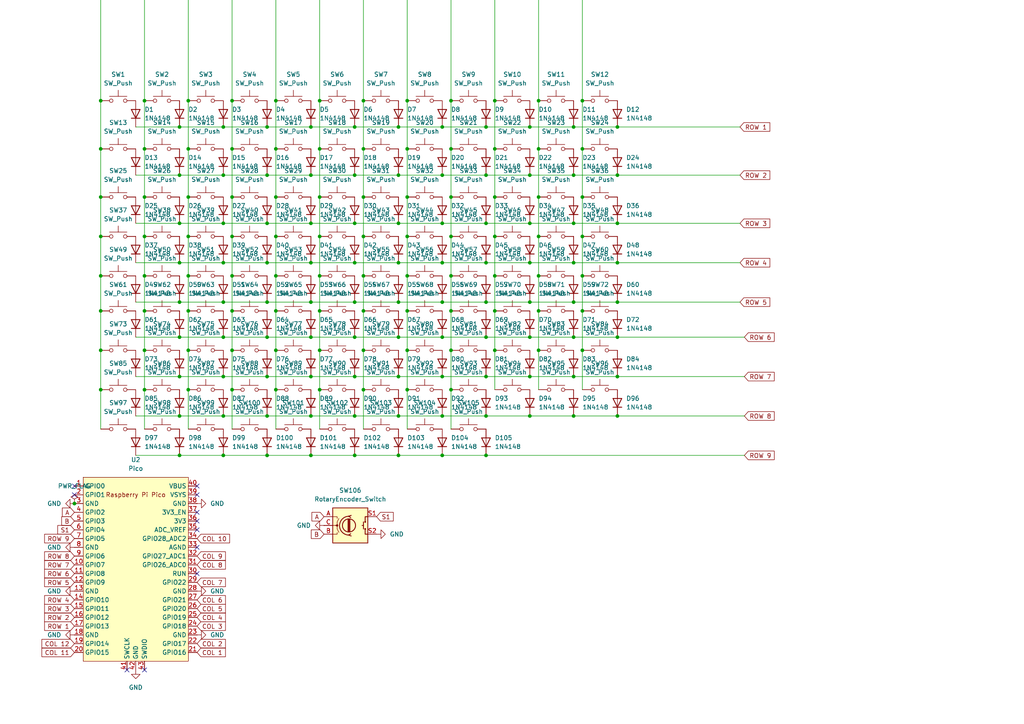
<source format=kicad_sch>
(kicad_sch (version 20250114) (generator "eeschema") (generator_version "9.0")
  (paper "A4")
  (lib_symbols
    (symbol "Device:RotaryEncoder_Switch" (pin_names (offset 0.254) (hide yes))
      (property "Reference" "SW" (at 0 6.604 0))
      (property "Value" "RotaryEncoder_Switch" (at 0 -6.604 0))
      (symbol "RotaryEncoder_Switch_1_1"
        (pin passive line (at -7.62 2.54 0) (length 2.54) (name "A") (number "A"))
        (pin passive line (at -7.62 0 0) (length 2.54) (name "C") (number "C"))
        (pin passive line (at -7.62 -2.54 0) (length 2.54) (name "B") (number "B"))
        (pin passive line (at 7.62 2.54 180) (length 2.54) (name "S1") (number "S1"))
        (pin passive line (at 7.62 -2.54 180) (length 2.54) (name "S2") (number "S2"))
      )
    )
    (symbol "Diode:1N4148" (pin_numbers (hide yes)) (pin_names (hide yes))
      (property "Reference" "D" (at 0 2.54 0))
      (property "Value" "1N4148" (at 0 -2.54 0))
      (symbol "1N4148_1_1"
        (pin passive line (at -3.81 0 0) (length 2.54) (name "K") (number "1"))
        (pin passive line (at 3.81 0 180) (length 2.54) (name "A") (number "2"))
      )
    )
    (symbol "MCU_RaspberryPi_and_Boards:Pico"
      (property "Reference" "U" (at -13.97 27.94 0))
      (property "Value" "Pico" (at 0 19.05 0))
      (symbol "Pico_0_0"
        (text "Raspberry Pi Pico" (at 0 21.59 0) (effects (font (size 1.27 1.27))))
      )
      (symbol "Pico_1_1"
        (pin bidirectional line (at -17.78 24.13 0) (length 2.54) (name "GPIO0") (number "1"))
        (pin bidirectional line (at -17.78 21.59 0) (length 2.54) (name "GPIO1") (number "2"))
        (pin power_in line (at -17.78 19.05 0) (length 2.54) (name "GND") (number "3"))
        (pin bidirectional line (at -17.78 16.51 0) (length 2.54) (name "GPIO2") (number "4"))
        (pin bidirectional line (at -17.78 13.97 0) (length 2.54) (name "GPIO3") (number "5"))
        (pin bidirectional line (at -17.78 11.43 0) (length 2.54) (name "GPIO4") (number "6"))
        (pin bidirectional line (at -17.78 8.89 0) (length 2.54) (name "GPIO5") (number "7"))
        (pin power_in line (at -17.78 6.35 0) (length 2.54) (name "GND") (number "8"))
        (pin bidirectional line (at -17.78 3.81 0) (length 2.54) (name "GPIO6") (number "9"))
        (pin bidirectional line (at -17.78 1.27 0) (length 2.54) (name "GPIO7") (number "10"))
        (pin bidirectional line (at -17.78 -1.27 0) (length 2.54) (name "GPIO8") (number "11"))
        (pin bidirectional line (at -17.78 -3.81 0) (length 2.54) (name "GPIO9") (number "12"))
        (pin power_in line (at -17.78 -6.35 0) (length 2.54) (name "GND") (number "13"))
        (pin bidirectional line (at -17.78 -8.89 0) (length 2.54) (name "GPIO10") (number "14"))
        (pin bidirectional line (at -17.78 -11.43 0) (length 2.54) (name "GPIO11") (number "15"))
        (pin bidirectional line (at -17.78 -13.97 0) (length 2.54) (name "GPIO12") (number "16"))
        (pin bidirectional line (at -17.78 -16.51 0) (length 2.54) (name "GPIO13") (number "17"))
        (pin power_in line (at -17.78 -19.05 0) (length 2.54) (name "GND") (number "18"))
        (pin bidirectional line (at -17.78 -21.59 0) (length 2.54) (name "GPIO14") (number "19"))
        (pin bidirectional line (at -17.78 -24.13 0) (length 2.54) (name "GPIO15") (number "20"))
        (pin input line (at -2.54 -29.21 90) (length 2.54) (name "SWCLK") (number "41"))
        (pin power_in line (at 0 -29.21 90) (length 2.54) (name "GND") (number "42"))
        (pin bidirectional line (at 2.54 -29.21 90) (length 2.54) (name "SWDIO") (number "43"))
        (pin power_in line (at 17.78 24.13 180) (length 2.54) (name "VBUS") (number "40"))
        (pin power_in line (at 17.78 21.59 180) (length 2.54) (name "VSYS") (number "39"))
        (pin bidirectional line (at 17.78 19.05 180) (length 2.54) (name "GND") (number "38"))
        (pin input line (at 17.78 16.51 180) (length 2.54) (name "3V3_EN") (number "37"))
        (pin power_in line (at 17.78 13.97 180) (length 2.54) (name "3V3") (number "36"))
        (pin power_in line (at 17.78 11.43 180) (length 2.54) (name "ADC_VREF") (number "35"))
        (pin bidirectional line (at 17.78 8.89 180) (length 2.54) (name "GPIO28_ADC2") (number "34"))
        (pin power_in line (at 17.78 6.35 180) (length 2.54) (name "AGND") (number "33"))
        (pin bidirectional line (at 17.78 3.81 180) (length 2.54) (name "GPIO27_ADC1") (number "32"))
        (pin bidirectional line (at 17.78 1.27 180) (length 2.54) (name "GPIO26_ADC0") (number "31"))
        (pin input line (at 17.78 -1.27 180) (length 2.54) (name "RUN") (number "30"))
        (pin bidirectional line (at 17.78 -3.81 180) (length 2.54) (name "GPIO22") (number "29"))
        (pin power_in line (at 17.78 -6.35 180) (length 2.54) (name "GND") (number "28"))
        (pin bidirectional line (at 17.78 -8.89 180) (length 2.54) (name "GPIO21") (number "27"))
        (pin bidirectional line (at 17.78 -11.43 180) (length 2.54) (name "GPIO20") (number "26"))
        (pin bidirectional line (at 17.78 -13.97 180) (length 2.54) (name "GPIO19") (number "25"))
        (pin bidirectional line (at 17.78 -16.51 180) (length 2.54) (name "GPIO18") (number "24"))
        (pin power_in line (at 17.78 -19.05 180) (length 2.54) (name "GND") (number "23"))
        (pin bidirectional line (at 17.78 -21.59 180) (length 2.54) (name "GPIO17") (number "22"))
        (pin bidirectional line (at 17.78 -24.13 180) (length 2.54) (name "GPIO16") (number "21"))
      )
    )
    (symbol "Switch:SW_Push" (pin_numbers (hide yes)) (pin_names (offset 1.016) (hide yes))
      (property "Reference" "SW" (at 1.27 2.54 0))
      (property "Value" "SW_Push" (at 0 -1.524 0))
      (symbol "SW_Push_0_1"
        (pin passive line (at -5.08 0 0) (length 2.54) (name "1") (number "1"))
        (pin passive line (at 5.08 0 180) (length 2.54) (name "2") (number "2"))
      )
    )
    (symbol "power:GND" (power) (pin_numbers (hide yes)) (pin_names (offset 0) (hide yes))
      (property "Value" "GND" (at 0 -3.81 0))
      (symbol "GND_1_1"
        (pin power_in line (at 0 0 270) (length 0) (name "~") (number "1"))
      )
    )
    (symbol "power:PWR_FLAG" (power) (pin_numbers (hide yes)) (pin_names (offset 0) (hide yes))
      (property "Value" "PWR_FLAG" (at 0 3.81 0))
      (symbol "PWR_FLAG_0_0"
        (pin power_out line (at 0 0 90) (length 0) (name "~") (number "1"))
      )
    )
  )
  (junction (at 105.41 57.15))
  (junction (at 67.31 68.58))
  (junction (at 77.47 64.77))
  (junction (at 67.31 80.01))
  (junction (at 156.21 101.6))
  (junction (at 168.91 29.21))
  (junction (at 64.77 132.08))
  (junction (at 52.07 50.8))
  (junction (at 118.11 113.03))
  (junction (at 128.27 76.2))
  (junction (at 179.07 87.63))
  (junction (at 64.77 50.8))
  (junction (at 80.01 29.21))
  (junction (at 54.61 90.17))
  (junction (at 80.01 80.01))
  (junction (at 80.01 90.17))
  (junction (at 29.21 101.6))
  (junction (at 67.31 101.6))
  (junction (at 143.51 57.15))
  (junction (at 41.91 80.01))
  (junction (at 166.37 109.22))
  (junction (at 115.57 64.77))
  (junction (at 179.07 50.8))
  (junction (at 102.87 64.77))
  (junction (at 29.21 113.03))
  (junction (at 90.17 50.8))
  (junction (at 77.47 120.65))
  (junction (at 67.31 29.21))
  (junction (at 168.91 68.58))
  (junction (at 90.17 76.2))
  (junction (at 156.21 57.15))
  (junction (at 168.91 101.6))
  (junction (at 115.57 109.22))
  (junction (at 166.37 97.79))
  (junction (at 80.01 43.18))
  (junction (at 128.27 120.65))
  (junction (at 128.27 64.77))
  (junction (at 118.11 80.01))
  (junction (at 153.67 50.8))
  (junction (at 168.91 80.01))
  (junction (at 102.87 120.65))
  (junction (at 130.81 57.15))
  (junction (at 128.27 50.8))
  (junction (at 90.17 87.63))
  (junction (at 54.61 43.18))
  (junction (at 118.11 90.17))
  (junction (at 179.07 109.22))
  (junction (at 153.67 76.2))
  (junction (at 64.77 36.83))
  (junction (at 130.81 43.18))
  (junction (at 118.11 101.6))
  (junction (at 140.97 97.79))
  (junction (at 77.47 87.63))
  (junction (at 77.47 76.2))
  (junction (at 153.67 109.22))
  (junction (at 118.11 43.18))
  (junction (at 118.11 68.58))
  (junction (at 41.91 57.15))
  (junction (at 115.57 120.65))
  (junction (at 92.71 68.58))
  (junction (at 140.97 36.83))
  (junction (at 105.41 29.21))
  (junction (at 115.57 76.2))
  (junction (at 90.17 120.65))
  (junction (at 90.17 109.22))
  (junction (at 92.71 101.6))
  (junction (at 41.91 68.58))
  (junction (at 29.21 80.01))
  (junction (at 29.21 90.17))
  (junction (at 41.91 101.6))
  (junction (at 153.67 97.79))
  (junction (at 21.59 146.05))
  (junction (at 92.71 43.18))
  (junction (at 115.57 36.83))
  (junction (at 80.01 113.03))
  (junction (at 54.61 80.01))
  (junction (at 90.17 36.83))
  (junction (at 80.01 57.15))
  (junction (at 166.37 87.63))
  (junction (at 166.37 120.65))
  (junction (at 80.01 68.58))
  (junction (at 29.21 29.21))
  (junction (at 52.07 36.83))
  (junction (at 118.11 57.15))
  (junction (at 67.31 57.15))
  (junction (at 52.07 97.79))
  (junction (at 102.87 109.22))
  (junction (at 77.47 50.8))
  (junction (at 102.87 132.08))
  (junction (at 168.91 57.15))
  (junction (at 54.61 101.6))
  (junction (at 29.21 43.18))
  (junction (at 90.17 64.77))
  (junction (at 105.41 90.17))
  (junction (at 52.07 76.2))
  (junction (at 115.57 132.08))
  (junction (at 166.37 76.2))
  (junction (at 64.77 87.63))
  (junction (at 115.57 97.79))
  (junction (at 77.47 109.22))
  (junction (at 29.21 68.58))
  (junction (at 140.97 109.22))
  (junction (at 153.67 36.83))
  (junction (at 105.41 113.03))
  (junction (at 64.77 97.79))
  (junction (at 52.07 109.22))
  (junction (at 156.21 29.21))
  (junction (at 168.91 90.17))
  (junction (at 143.51 80.01))
  (junction (at 29.21 57.15))
  (junction (at 166.37 50.8))
  (junction (at 153.67 120.65))
  (junction (at 156.21 68.58))
  (junction (at 115.57 87.63))
  (junction (at 41.91 29.21))
  (junction (at 115.57 50.8))
  (junction (at 54.61 113.03))
  (junction (at 67.31 113.03))
  (junction (at 105.41 68.58))
  (junction (at 92.71 113.03))
  (junction (at 130.81 80.01))
  (junction (at 168.91 43.18))
  (junction (at 54.61 57.15))
  (junction (at 128.27 132.08))
  (junction (at 92.71 80.01))
  (junction (at 90.17 132.08))
  (junction (at 105.41 43.18))
  (junction (at 143.51 101.6))
  (junction (at 153.67 87.63))
  (junction (at 140.97 76.2))
  (junction (at 140.97 120.65))
  (junction (at 77.47 97.79))
  (junction (at 130.81 90.17))
  (junction (at 128.27 109.22))
  (junction (at 166.37 64.77))
  (junction (at 41.91 90.17))
  (junction (at 105.41 101.6))
  (junction (at 77.47 36.83))
  (junction (at 179.07 120.65))
  (junction (at 166.37 36.83))
  (junction (at 179.07 36.83))
  (junction (at 67.31 90.17))
  (junction (at 118.11 29.21))
  (junction (at 128.27 97.79))
  (junction (at 90.17 97.79))
  (junction (at 143.51 43.18))
  (junction (at 92.71 90.17))
  (junction (at 92.71 57.15))
  (junction (at 128.27 87.63))
  (junction (at 80.01 101.6))
  (junction (at 102.87 36.83))
  (junction (at 179.07 64.77))
  (junction (at 41.91 113.03))
  (junction (at 143.51 29.21))
  (junction (at 153.67 64.77))
  (junction (at 130.81 68.58))
  (junction (at 156.21 43.18))
  (junction (at 179.07 76.2))
  (junction (at 140.97 87.63))
  (junction (at 64.77 64.77))
  (junction (at 105.41 80.01))
  (junction (at 102.87 87.63))
  (junction (at 64.77 76.2))
  (junction (at 102.87 97.79))
  (junction (at 130.81 113.03))
  (junction (at 52.07 87.63))
  (junction (at 130.81 29.21))
  (junction (at 67.31 43.18))
  (junction (at 143.51 68.58))
  (junction (at 52.07 120.65))
  (junction (at 64.77 109.22))
  (junction (at 52.07 64.77))
  (junction (at 64.77 120.65))
  (junction (at 102.87 76.2))
  (junction (at 140.97 132.08))
  (junction (at 54.61 29.21))
  (junction (at 140.97 50.8))
  (junction (at 92.71 29.21))
  (junction (at 143.51 90.17))
  (junction (at 102.87 50.8))
  (junction (at 54.61 68.58))
  (junction (at 41.91 43.18))
  (junction (at 52.07 132.08))
  (junction (at 140.97 64.77))
  (junction (at 130.81 101.6))
  (junction (at 156.21 80.01))
  (junction (at 77.47 132.08))
  (junction (at 156.21 90.17))
  (junction (at 179.07 97.79))
  (junction (at 128.27 36.83))
  (no_connect (at 36.83 194.31))
  (no_connect (at 57.15 151.13))
  (no_connect (at 41.91 194.31))
  (no_connect (at 21.59 143.51))
  (no_connect (at 57.15 153.67))
  (no_connect (at 57.15 158.75))
  (no_connect (at 57.15 166.37))
  (no_connect (at 21.59 140.97))
  (no_connect (at 57.15 140.97))
  (no_connect (at 57.15 148.59))
  (no_connect (at 57.15 143.51))
  (wire (pts (xy 67.31 57.15) (xy 67.31 68.58)))
  (wire (pts (xy 92.71 101.6) (xy 92.71 113.03)))
  (wire (pts (xy 153.67 87.63) (xy 166.37 87.63)))
  (wire (pts (xy 140.97 120.65) (xy 153.67 120.65)))
  (wire (pts (xy 64.77 120.65) (xy 77.47 120.65)))
  (wire (pts (xy 128.27 109.22) (xy 140.97 109.22)))
  (wire (pts (xy 39.37 76.2) (xy 52.07 76.2)))
  (wire (pts (xy 90.17 87.63) (xy 102.87 87.63)))
  (wire (pts (xy 29.21 80.01) (xy 29.21 90.17)))
  (wire (pts (xy 168.91 57.15) (xy 168.91 68.58)))
  (wire (pts (xy 52.07 87.63) (xy 64.77 87.63)))
  (wire (pts (xy 92.71 113.03) (xy 92.71 124.46)))
  (wire (pts (xy 80.01 57.15) (xy 80.01 68.58)))
  (wire (pts (xy 52.07 50.8) (xy 64.77 50.8)))
  (wire (pts (xy 115.57 109.22) (xy 128.27 109.22)))
  (wire (pts (xy 67.31 -7.62) (xy 67.31 29.21)))
  (wire (pts (xy 179.07 97.79) (xy 215.9 97.79)))
  (wire (pts (xy 80.01 -7.62) (xy 80.01 29.21)))
  (wire (pts (xy 153.67 64.77) (xy 166.37 64.77)))
  (wire (pts (xy 156.21 43.18) (xy 156.21 57.15)))
  (wire (pts (xy 179.07 36.83) (xy 214.63 36.83)))
  (wire (pts (xy 130.81 80.01) (xy 130.81 90.17)))
  (wire (pts (xy 39.37 50.8) (xy 52.07 50.8)))
  (wire (pts (xy 92.71 68.58) (xy 92.71 80.01)))
  (wire (pts (xy 118.11 80.01) (xy 118.11 90.17)))
  (wire (pts (xy 115.57 36.83) (xy 128.27 36.83)))
  (wire (pts (xy 115.57 87.63) (xy 128.27 87.63)))
  (wire (pts (xy 90.17 132.08) (xy 102.87 132.08)))
  (wire (pts (xy 128.27 87.63) (xy 140.97 87.63)))
  (wire (pts (xy 39.37 109.22) (xy 52.07 109.22)))
  (wire (pts (xy 52.07 109.22) (xy 64.77 109.22)))
  (wire (pts (xy 166.37 64.77) (xy 179.07 64.77)))
  (wire (pts (xy 156.21 101.6) (xy 156.21 113.03)))
  (wire (pts (xy 102.87 36.83) (xy 115.57 36.83)))
  (wire (pts (xy 67.31 29.21) (xy 67.31 43.18)))
  (wire (pts (xy 64.77 97.79) (xy 77.47 97.79)))
  (wire (pts (xy 118.11 43.18) (xy 118.11 57.15)))
  (wire (pts (xy 156.21 29.21) (xy 156.21 43.18)))
  (wire (pts (xy 179.07 64.77) (xy 214.63 64.77)))
  (wire (pts (xy 77.47 64.77) (xy 90.17 64.77)))
  (wire (pts (xy 102.87 50.8) (xy 115.57 50.8)))
  (wire (pts (xy 118.11 113.03) (xy 118.11 124.46)))
  (wire (pts (xy 168.91 68.58) (xy 168.91 80.01)))
  (wire (pts (xy 130.81 68.58) (xy 130.81 80.01)))
  (wire (pts (xy 52.07 120.65) (xy 64.77 120.65)))
  (wire (pts (xy 105.41 57.15) (xy 105.41 68.58)))
  (wire (pts (xy 168.91 -7.62) (xy 168.91 29.21)))
  (wire (pts (xy 128.27 76.2) (xy 140.97 76.2)))
  (wire (pts (xy 143.51 68.58) (xy 143.51 80.01)))
  (wire (pts (xy 140.97 50.8) (xy 153.67 50.8)))
  (wire (pts (xy 140.97 109.22) (xy 153.67 109.22)))
  (wire (pts (xy 102.87 87.63) (xy 115.57 87.63)))
  (wire (pts (xy 115.57 97.79) (xy 128.27 97.79)))
  (wire (pts (xy 140.97 76.2) (xy 153.67 76.2)))
  (wire (pts (xy 140.97 97.79) (xy 153.67 97.79)))
  (wire (pts (xy 166.37 109.22) (xy 179.07 109.22)))
  (wire (pts (xy 29.21 113.03) (xy 29.21 124.46)))
  (wire (pts (xy 105.41 43.18) (xy 105.41 57.15)))
  (wire (pts (xy 128.27 50.8) (xy 140.97 50.8)))
  (wire (pts (xy 140.97 64.77) (xy 153.67 64.77)))
  (wire (pts (xy 77.47 132.08) (xy 90.17 132.08)))
  (wire (pts (xy 118.11 29.21) (xy 118.11 43.18)))
  (wire (pts (xy 179.07 87.63) (xy 214.63 87.63)))
  (wire (pts (xy 168.91 90.17) (xy 168.91 101.6)))
  (wire (pts (xy 128.27 64.77) (xy 140.97 64.77)))
  (wire (pts (xy 54.61 68.58) (xy 54.61 80.01)))
  (wire (pts (xy 179.07 120.65) (xy 215.9 120.65)))
  (wire (pts (xy 29.21 29.21) (xy 29.21 43.18)))
  (wire (pts (xy 105.41 101.6) (xy 105.41 113.03)))
  (wire (pts (xy 156.21 57.15) (xy 156.21 68.58)))
  (wire (pts (xy 80.01 68.58) (xy 80.01 80.01)))
  (wire (pts (xy 143.51 80.01) (xy 143.51 90.17)))
  (wire (pts (xy 64.77 87.63) (xy 77.47 87.63)))
  (wire (pts (xy 41.91 113.03) (xy 41.91 124.46)))
  (wire (pts (xy 41.91 101.6) (xy 41.91 113.03)))
  (wire (pts (xy 153.67 76.2) (xy 166.37 76.2)))
  (wire (pts (xy 39.37 36.83) (xy 52.07 36.83)))
  (wire (pts (xy 67.31 68.58) (xy 67.31 80.01)))
  (wire (pts (xy 102.87 97.79) (xy 115.57 97.79)))
  (wire (pts (xy 64.77 50.8) (xy 77.47 50.8)))
  (wire (pts (xy 105.41 68.58) (xy 105.41 80.01)))
  (wire (pts (xy 118.11 68.58) (xy 118.11 80.01)))
  (wire (pts (xy 115.57 50.8) (xy 128.27 50.8)))
  (wire (pts (xy 52.07 64.77) (xy 64.77 64.77)))
  (wire (pts (xy 90.17 64.77) (xy 102.87 64.77)))
  (wire (pts (xy 52.07 36.83) (xy 64.77 36.83)))
  (wire (pts (xy 52.07 132.08) (xy 64.77 132.08)))
  (wire (pts (xy 140.97 36.83) (xy 153.67 36.83)))
  (wire (pts (xy 64.77 109.22) (xy 77.47 109.22)))
  (wire (pts (xy 130.81 113.03) (xy 130.81 124.46)))
  (wire (pts (xy 29.21 68.58) (xy 29.21 80.01)))
  (wire (pts (xy 39.37 97.79) (xy 52.07 97.79)))
  (wire (pts (xy 115.57 132.08) (xy 128.27 132.08)))
  (wire (pts (xy 64.77 36.83) (xy 77.47 36.83)))
  (wire (pts (xy 41.91 57.15) (xy 41.91 68.58)))
  (wire (pts (xy 143.51 -7.62) (xy 143.51 29.21)))
  (wire (pts (xy 130.81 -7.62) (xy 130.81 29.21)))
  (wire (pts (xy 168.91 101.6) (xy 168.91 113.03)))
  (wire (pts (xy 143.51 57.15) (xy 143.51 68.58)))
  (wire (pts (xy 54.61 57.15) (xy 54.61 68.58)))
  (wire (pts (xy 130.81 101.6) (xy 130.81 113.03)))
  (wire (pts (xy 130.81 29.21) (xy 130.81 43.18)))
  (wire (pts (xy 105.41 -7.62) (xy 105.41 29.21)))
  (wire (pts (xy 179.07 109.22) (xy 215.9 109.22)))
  (wire (pts (xy 105.41 90.17) (xy 105.41 101.6)))
  (wire (pts (xy 90.17 97.79) (xy 102.87 97.79)))
  (wire (pts (xy 153.67 36.83) (xy 166.37 36.83)))
  (wire (pts (xy 102.87 64.77) (xy 115.57 64.77)))
  (wire (pts (xy 118.11 101.6) (xy 118.11 113.03)))
  (wire (pts (xy 92.71 90.17) (xy 92.71 101.6)))
  (wire (pts (xy 115.57 64.77) (xy 128.27 64.77)))
  (wire (pts (xy 156.21 68.58) (xy 156.21 80.01)))
  (wire (pts (xy 64.77 132.08) (xy 77.47 132.08)))
  (wire (pts (xy 128.27 120.65) (xy 140.97 120.65)))
  (wire (pts (xy 90.17 36.83) (xy 102.87 36.83)))
  (wire (pts (xy 153.67 97.79) (xy 166.37 97.79)))
  (wire (pts (xy 92.71 29.21) (xy 92.71 43.18)))
  (wire (pts (xy 77.47 109.22) (xy 90.17 109.22)))
  (wire (pts (xy 29.21 -6.35) (xy 29.21 29.21)))
  (wire (pts (xy 128.27 36.83) (xy 140.97 36.83)))
  (wire (pts (xy 128.27 97.79) (xy 140.97 97.79)))
  (wire (pts (xy 166.37 120.65) (xy 179.07 120.65)))
  (wire (pts (xy 179.07 76.2) (xy 214.63 76.2)))
  (wire (pts (xy 105.41 80.01) (xy 105.41 90.17)))
  (wire (pts (xy 166.37 76.2) (xy 179.07 76.2)))
  (wire (pts (xy 140.97 87.63) (xy 153.67 87.63)))
  (wire (pts (xy 54.61 113.03) (xy 54.61 124.46)))
  (wire (pts (xy 166.37 97.79) (xy 179.07 97.79)))
  (wire (pts (xy 90.17 50.8) (xy 102.87 50.8)))
  (wire (pts (xy 80.01 101.6) (xy 80.01 113.03)))
  (wire (pts (xy 29.21 101.6) (xy 29.21 113.03)))
  (wire (pts (xy 168.91 80.01) (xy 168.91 90.17)))
  (wire (pts (xy 130.81 57.15) (xy 130.81 68.58)))
  (wire (pts (xy 39.37 120.65) (xy 52.07 120.65)))
  (wire (pts (xy 41.91 68.58) (xy 41.91 80.01)))
  (wire (pts (xy 140.97 132.08) (xy 215.9 132.08)))
  (wire (pts (xy 90.17 109.22) (xy 102.87 109.22)))
  (wire (pts (xy 41.91 80.01) (xy 41.91 90.17)))
  (wire (pts (xy 29.21 43.18) (xy 29.21 57.15)))
  (wire (pts (xy 77.47 76.2) (xy 90.17 76.2)))
  (wire (pts (xy 118.11 57.15) (xy 118.11 68.58)))
  (wire (pts (xy 54.61 -7.62) (xy 54.61 29.21)))
  (wire (pts (xy 67.31 43.18) (xy 67.31 57.15)))
  (wire (pts (xy 156.21 80.01) (xy 156.21 90.17)))
  (wire (pts (xy 41.91 90.17) (xy 41.91 101.6)))
  (wire (pts (xy 168.91 43.18) (xy 168.91 57.15)))
  (wire (pts (xy 54.61 101.6) (xy 54.61 113.03)))
  (wire (pts (xy 118.11 -7.62) (xy 118.11 29.21)))
  (wire (pts (xy 39.37 132.08) (xy 52.07 132.08)))
  (wire (pts (xy 130.81 43.18) (xy 130.81 57.15)))
  (wire (pts (xy 90.17 76.2) (xy 102.87 76.2)))
  (wire (pts (xy 77.47 87.63) (xy 90.17 87.63)))
  (wire (pts (xy 54.61 90.17) (xy 54.61 101.6)))
  (wire (pts (xy 143.51 43.18) (xy 143.51 57.15)))
  (wire (pts (xy 67.31 80.01) (xy 67.31 90.17)))
  (wire (pts (xy 102.87 132.08) (xy 115.57 132.08)))
  (wire (pts (xy 29.21 57.15) (xy 29.21 68.58)))
  (wire (pts (xy 90.17 120.65) (xy 102.87 120.65)))
  (wire (pts (xy 115.57 120.65) (xy 128.27 120.65)))
  (wire (pts (xy 166.37 50.8) (xy 179.07 50.8)))
  (wire (pts (xy 168.91 29.21) (xy 168.91 43.18)))
  (wire (pts (xy 67.31 90.17) (xy 67.31 101.6)))
  (wire (pts (xy 77.47 50.8) (xy 90.17 50.8)))
  (wire (pts (xy 153.67 50.8) (xy 166.37 50.8)))
  (wire (pts (xy 118.11 90.17) (xy 118.11 101.6)))
  (wire (pts (xy 80.01 113.03) (xy 80.01 124.46)))
  (wire (pts (xy 102.87 109.22) (xy 115.57 109.22)))
  (wire (pts (xy 143.51 90.17) (xy 143.51 101.6)))
  (wire (pts (xy 143.51 29.21) (xy 143.51 43.18)))
  (wire (pts (xy 39.37 64.77) (xy 52.07 64.77)))
  (wire (pts (xy 102.87 76.2) (xy 115.57 76.2)))
  (wire (pts (xy 54.61 43.18) (xy 54.61 57.15)))
  (wire (pts (xy 39.37 87.63) (xy 52.07 87.63)))
  (wire (pts (xy 179.07 50.8) (xy 214.63 50.8)))
  (wire (pts (xy 41.91 43.18) (xy 41.91 57.15)))
  (wire (pts (xy 64.77 64.77) (xy 77.47 64.77)))
  (wire (pts (xy 67.31 101.6) (xy 67.31 113.03)))
  (wire (pts (xy 41.91 -6.35) (xy 41.91 29.21)))
  (wire (pts (xy 54.61 29.21) (xy 54.61 43.18)))
  (wire (pts (xy 64.77 76.2) (xy 77.47 76.2)))
  (wire (pts (xy 92.71 80.01) (xy 92.71 90.17)))
  (wire (pts (xy 153.67 109.22) (xy 166.37 109.22)))
  (wire (pts (xy 67.31 113.03) (xy 67.31 124.46)))
  (wire (pts (xy 115.57 76.2) (xy 128.27 76.2)))
  (wire (pts (xy 80.01 43.18) (xy 80.01 57.15)))
  (wire (pts (xy 153.67 120.65) (xy 166.37 120.65)))
  (wire (pts (xy 128.27 132.08) (xy 140.97 132.08)))
  (wire (pts (xy 166.37 87.63) (xy 179.07 87.63)))
  (wire (pts (xy 77.47 120.65) (xy 90.17 120.65)))
  (wire (pts (xy 105.41 29.21) (xy 105.41 43.18)))
  (wire (pts (xy 92.71 43.18) (xy 92.71 57.15)))
  (wire (pts (xy 52.07 97.79) (xy 64.77 97.79)))
  (wire (pts (xy 80.01 29.21) (xy 80.01 43.18)))
  (wire (pts (xy 41.91 29.21) (xy 41.91 43.18)))
  (wire (pts (xy 156.21 -7.62) (xy 156.21 29.21)))
  (wire (pts (xy 54.61 80.01) (xy 54.61 90.17)))
  (wire (pts (xy 52.07 76.2) (xy 64.77 76.2)))
  (wire (pts (xy 80.01 90.17) (xy 80.01 101.6)))
  (wire (pts (xy 166.37 36.83) (xy 179.07 36.83)))
  (wire (pts (xy 102.87 120.65) (xy 115.57 120.65)))
  (wire (pts (xy 143.51 101.6) (xy 143.51 113.03)))
  (wire (pts (xy 80.01 80.01) (xy 80.01 90.17)))
  (wire (pts (xy 92.71 -7.62) (xy 92.71 29.21)))
  (wire (pts (xy 77.47 97.79) (xy 90.17 97.79)))
  (wire (pts (xy 29.21 90.17) (xy 29.21 101.6)))
  (wire (pts (xy 92.71 57.15) (xy 92.71 68.58)))
  (wire (pts (xy 130.81 90.17) (xy 130.81 101.6)))
  (wire (pts (xy 156.21 90.17) (xy 156.21 101.6)))
  (wire (pts (xy 105.41 113.03) (xy 105.41 124.46)))
  (wire (pts (xy 77.47 36.83) (xy 90.17 36.83)))
  (global_label "B" (shape input) (at 93.98 154.94 180) (property "Intersheetrefs" "${INTERSHEET_REFS}" (effects (hide yes))))
  (global_label "COL 8" (shape input) (at 118.11 -7.62 0) (property "Intersheetrefs" "${INTERSHEET_REFS}" (effects (hide yes))))
  (global_label "COL 9" (shape input) (at 57.15 161.29 0) (property "Intersheetrefs" "${INTERSHEET_REFS}" (effects (hide yes))))
  (global_label "COL 8" (shape input) (at 57.15 163.83 0) (property "Intersheetrefs" "${INTERSHEET_REFS}" (effects (hide yes))))
  (global_label "ROW 2" (shape input) (at 214.63 50.8 0) (property "Intersheetrefs" "${INTERSHEET_REFS}" (effects (hide yes))))
  (global_label "ROW 9" (shape input) (at 21.59 156.21 180) (property "Intersheetrefs" "${INTERSHEET_REFS}" (effects (hide yes))))
  (global_label "COL 12" (shape input) (at 168.91 -7.62 0) (property "Intersheetrefs" "${INTERSHEET_REFS}" (effects (hide yes))))
  (global_label "COL 6" (shape input) (at 57.15 173.99 0) (property "Intersheetrefs" "${INTERSHEET_REFS}" (effects (hide yes))))
  (global_label "COL 3" (shape input) (at 57.15 181.61 0) (property "Intersheetrefs" "${INTERSHEET_REFS}" (effects (hide yes))))
  (global_label "ROW 8" (shape input) (at 21.59 161.29 180) (property "Intersheetrefs" "${INTERSHEET_REFS}" (effects (hide yes))))
  (global_label "A" (shape input) (at 21.59 148.59 180) (property "Intersheetrefs" "${INTERSHEET_REFS}" (effects (hide yes))))
  (global_label "COL 5" (shape input) (at 57.15 176.53 0) (property "Intersheetrefs" "${INTERSHEET_REFS}" (effects (hide yes))))
  (global_label "COL 2" (shape input) (at 41.91 -6.35 0) (property "Intersheetrefs" "${INTERSHEET_REFS}" (effects (hide yes))))
  (global_label "ROW 2" (shape input) (at 21.59 179.07 180) (property "Intersheetrefs" "${INTERSHEET_REFS}" (effects (hide yes))))
  (global_label "ROW 7" (shape input) (at 21.59 163.83 180) (property "Intersheetrefs" "${INTERSHEET_REFS}" (effects (hide yes))))
  (global_label "ROW 6" (shape input) (at 215.9 97.79 0) (property "Intersheetrefs" "${INTERSHEET_REFS}" (effects (hide yes))))
  (global_label "COL 7" (shape input) (at 57.15 168.91 0) (property "Intersheetrefs" "${INTERSHEET_REFS}" (effects (hide yes))))
  (global_label "COL 3" (shape input) (at 54.61 -7.62 0) (property "Intersheetrefs" "${INTERSHEET_REFS}" (effects (hide yes))))
  (global_label "ROW 9" (shape input) (at 215.9 132.08 0) (property "Intersheetrefs" "${INTERSHEET_REFS}" (effects (hide yes))))
  (global_label "COL 1" (shape input) (at 29.21 -6.35 0) (property "Intersheetrefs" "${INTERSHEET_REFS}" (effects (hide yes))))
  (global_label "S1" (shape input) (at 109.22 149.86 0) (property "Intersheetrefs" "${INTERSHEET_REFS}" (effects (hide yes))))
  (global_label "A" (shape input) (at 93.98 149.86 180) (property "Intersheetrefs" "${INTERSHEET_REFS}" (effects (hide yes))))
  (global_label "COL 5" (shape input) (at 80.01 -7.62 0) (property "Intersheetrefs" "${INTERSHEET_REFS}" (effects (hide yes))))
  (global_label "ROW 7" (shape input) (at 215.9 109.22 0) (property "Intersheetrefs" "${INTERSHEET_REFS}" (effects (hide yes))))
  (global_label "COL 10" (shape input) (at 143.51 -7.62 0) (property "Intersheetrefs" "${INTERSHEET_REFS}" (effects (hide yes))))
  (global_label "COL 12" (shape input) (at 21.59 186.69 180) (property "Intersheetrefs" "${INTERSHEET_REFS}" (effects (hide yes))))
  (global_label "ROW 5" (shape input) (at 21.59 168.91 180) (property "Intersheetrefs" "${INTERSHEET_REFS}" (effects (hide yes))))
  (global_label "COL 1" (shape input) (at 57.15 189.23 0) (property "Intersheetrefs" "${INTERSHEET_REFS}" (effects (hide yes))))
  (global_label "COL 7" (shape input) (at 105.41 -7.62 0) (property "Intersheetrefs" "${INTERSHEET_REFS}" (effects (hide yes))))
  (global_label "ROW 5" (shape input) (at 214.63 87.63 0) (property "Intersheetrefs" "${INTERSHEET_REFS}" (effects (hide yes))))
  (global_label "ROW 4" (shape input) (at 21.59 173.99 180) (property "Intersheetrefs" "${INTERSHEET_REFS}" (effects (hide yes))))
  (global_label "ROW 4" (shape input) (at 214.63 76.2 0) (property "Intersheetrefs" "${INTERSHEET_REFS}" (effects (hide yes))))
  (global_label "COL 9" (shape input) (at 130.81 -7.62 0) (property "Intersheetrefs" "${INTERSHEET_REFS}" (effects (hide yes))))
  (global_label "COL 4" (shape input) (at 67.31 -7.62 0) (property "Intersheetrefs" "${INTERSHEET_REFS}" (effects (hide yes))))
  (global_label "COL 11" (shape input) (at 21.59 189.23 180) (property "Intersheetrefs" "${INTERSHEET_REFS}" (effects (hide yes))))
  (global_label "COL 4" (shape input) (at 57.15 179.07 0) (property "Intersheetrefs" "${INTERSHEET_REFS}" (effects (hide yes))))
  (global_label "ROW 8" (shape input) (at 215.9 120.65 0) (property "Intersheetrefs" "${INTERSHEET_REFS}" (effects (hide yes))))
  (global_label "COL 10" (shape input) (at 57.15 156.21 0) (property "Intersheetrefs" "${INTERSHEET_REFS}" (effects (hide yes))))
  (global_label "COL 2" (shape input) (at 57.15 186.69 0) (property "Intersheetrefs" "${INTERSHEET_REFS}" (effects (hide yes))))
  (global_label "ROW 3" (shape input) (at 21.59 176.53 180) (property "Intersheetrefs" "${INTERSHEET_REFS}" (effects (hide yes))))
  (global_label "COL 6" (shape input) (at 92.71 -7.62 0) (property "Intersheetrefs" "${INTERSHEET_REFS}" (effects (hide yes))))
  (global_label "ROW 1" (shape input) (at 21.59 181.61 180) (property "Intersheetrefs" "${INTERSHEET_REFS}" (effects (hide yes))))
  (global_label "ROW 1" (shape input) (at 214.63 36.83 0) (property "Intersheetrefs" "${INTERSHEET_REFS}" (effects (hide yes))))
  (global_label "S1" (shape input) (at 21.59 153.67 180) (property "Intersheetrefs" "${INTERSHEET_REFS}" (effects (hide yes))))
  (global_label "COL 11" (shape input) (at 156.21 -7.62 0) (property "Intersheetrefs" "${INTERSHEET_REFS}" (effects (hide yes))))
  (global_label "B" (shape input) (at 21.59 151.13 180) (property "Intersheetrefs" "${INTERSHEET_REFS}" (effects (hide yes))))
  (global_label "ROW 3" (shape input) (at 214.63 64.77 0) (property "Intersheetrefs" "${INTERSHEET_REFS}" (effects (hide yes))))
  (global_label "ROW 6" (shape input) (at 21.59 166.37 180) (property "Intersheetrefs" "${INTERSHEET_REFS}" (effects (hide yes))))
  (symbol (lib_id "Switch:SW_Push") (at 85.09 113.03 0) (unit 1)
    (property "Reference" "SW89" (at 85.09 105.41 0))
    (property "Value" "SW_Push" (at 85.09 107.95 0))
    (property "Footprint" "Button_Switch_Keyboard:SW_Cherry_MX_1.00u_PCB" (effects (hide yes)))
    (property "Description" "Push button switch, generic, two pins" (effects (hide yes)))
  )
  (symbol (lib_id "Switch:SW_Push") (at 59.69 68.58 0) (unit 1)
    (property "Reference" "SW39" (at 59.69 60.96 0))
    (property "Value" "SW_Push" (at 59.69 63.5 0))
    (property "Footprint" "Button_Switch_Keyboard:SW_Cherry_MX_1.00u_PCB" (effects (hide yes)))
    (property "Description" "Push button switch, generic, two pins" (effects (hide yes)))
  )
  (symbol (lib_id "Switch:SW_Push") (at 161.29 80.01 0) (unit 1)
    (property "Reference" "SW59" (at 161.29 72.39 0))
    (property "Value" "SW_Push" (at 161.29 74.93 0))
    (property "Footprint" "Button_Switch_Keyboard:SW_Cherry_MX_1.00u_PCB" (effects (hide yes)))
    (property "Description" "Push button switch, generic, two pins" (effects (hide yes)))
  )
  (symbol (lib_id "Switch:SW_Push") (at 173.99 80.01 0) (unit 1)
    (property "Reference" "SW60" (at 173.99 72.39 0))
    (property "Value" "SW_Push" (at 173.99 74.93 0))
    (property "Footprint" "Button_Switch_Keyboard:SW_Cherry_MX_1.00u_PCB" (effects (hide yes)))
    (property "Description" "Push button switch, generic, two pins" (effects (hide yes)))
  )
  (symbol (lib_id "Switch:SW_Push") (at 173.99 90.17 0) (unit 1)
    (property "Reference" "SW72" (at 173.99 82.55 0))
    (property "Value" "SW_Push" (at 173.99 85.09 0))
    (property "Footprint" "Button_Switch_Keyboard:SW_Cherry_MX_1.00u_PCB" (effects (hide yes)))
    (property "Description" "Push button switch, generic, two pins" (effects (hide yes)))
  )
  (symbol (lib_id "Switch:SW_Push") (at 34.29 57.15 0) (unit 1)
    (property "Reference" "SW25" (at 34.29 49.53 0))
    (property "Value" "SW_Push" (at 34.29 52.07 0))
    (property "Footprint" "Button_Switch_Keyboard:SW_Cherry_MX_1.00u_PCB" (effects (hide yes)))
    (property "Description" "Push button switch, generic, two pins" (effects (hide yes)))
  )
  (symbol (lib_id "Diode:1N4148") (at 90.17 83.82 90) (unit 1)
    (property "Reference" "D53" (at 92.71 82.5499 90) (effects (justify right)))
    (property "Value" "1N4148" (at 92.71 85.0899 90) (effects (justify right)))
    (property "Footprint" "Diode_THT:D_DO-35_SOD27_P7.62mm_Horizontal" (effects (hide yes)))
    (property "Datasheet" "https://assets.nexperia.com/documents/data-sheet/1N4148_1N4448.pdf" (effects (hide yes)))
    (property "Description" "100V 0.15A standard switching diode, DO-35" (effects (hide yes)))
    (property "Sim.Device" "D" (effects (hide yes)))
    (property "Sim.Pins" "1=K 2=A" (effects (hide yes)))
  )
  (symbol (lib_id "Diode:1N4148") (at 52.07 128.27 90) (unit 1)
    (property "Reference" "D98" (at 54.61 126.9999 90) (effects (justify right)))
    (property "Value" "1N4148" (at 54.61 129.5399 90) (effects (justify right)))
    (property "Footprint" "Diode_THT:D_DO-35_SOD27_P7.62mm_Horizontal" (effects (hide yes)))
    (property "Datasheet" "https://assets.nexperia.com/documents/data-sheet/1N4148_1N4448.pdf" (effects (hide yes)))
    (property "Description" "100V 0.15A standard switching diode, DO-35" (effects (hide yes)))
    (property "Sim.Device" "D" (effects (hide yes)))
    (property "Sim.Pins" "1=K 2=A" (effects (hide yes)))
  )
  (symbol (lib_id "Switch:SW_Push") (at 97.79 43.18 0) (unit 1)
    (property "Reference" "SW18" (at 97.79 35.56 0))
    (property "Value" "SW_Push" (at 97.79 38.1 0))
    (property "Footprint" "Button_Switch_Keyboard:SW_Cherry_MX_1.00u_PCB" (effects (hide yes)))
    (property "Description" "Push button switch, generic, two pins" (effects (hide yes)))
  )
  (symbol (lib_id "Diode:1N4148") (at 77.47 116.84 90) (unit 1)
    (property "Reference" "D88" (at 80.01 115.5699 90) (effects (justify right)))
    (property "Value" "1N4148" (at 80.01 118.1099 90) (effects (justify right)))
    (property "Footprint" "Diode_THT:D_DO-35_SOD27_P7.62mm_Horizontal" (effects (hide yes)))
    (property "Datasheet" "https://assets.nexperia.com/documents/data-sheet/1N4148_1N4448.pdf" (effects (hide yes)))
    (property "Description" "100V 0.15A standard switching diode, DO-35" (effects (hide yes)))
    (property "Sim.Device" "D" (effects (hide yes)))
    (property "Sim.Pins" "1=K 2=A" (effects (hide yes)))
  )
  (symbol (lib_id "Switch:SW_Push") (at 59.69 113.03 0) (unit 1)
    (property "Reference" "SW87" (at 59.69 105.41 0))
    (property "Value" "SW_Push" (at 59.69 107.95 0))
    (property "Footprint" "Button_Switch_Keyboard:SW_Cherry_MX_1.00u_PCB" (effects (hide yes)))
    (property "Description" "Push button switch, generic, two pins" (effects (hide yes)))
  )
  (symbol (lib_id "Switch:SW_Push") (at 72.39 43.18 0) (unit 1)
    (property "Reference" "SW16" (at 72.39 35.56 0))
    (property "Value" "SW_Push" (at 72.39 38.1 0))
    (property "Footprint" "Button_Switch_Keyboard:SW_Cherry_MX_1.00u_PCB" (effects (hide yes)))
    (property "Description" "Push button switch, generic, two pins" (effects (hide yes)))
  )
  (symbol (lib_id "Switch:SW_Push") (at 123.19 101.6 0) (unit 1)
    (property "Reference" "SW80" (at 123.19 93.98 0))
    (property "Value" "SW_Push" (at 123.19 96.52 0))
    (property "Footprint" "Button_Switch_Keyboard:SW_Cherry_MX_1.00u_PCB" (effects (hide yes)))
    (property "Description" "Push button switch, generic, two pins" (effects (hide yes)))
  )
  (symbol (lib_id "power:GND") (at 39.37 194.31 0) (unit 1)
    (property "Reference" "#PWR05" (effects (hide yes)))
    (property "Value" "GND" (at 39.37 199.39 0))
    (property "Description" "Power symbol creates a global label with name \"GND\" , ground" (effects (hide yes)))
  )
  (symbol (lib_id "Switch:SW_Push") (at 135.89 43.18 0) (unit 1)
    (property "Reference" "SW21" (at 135.89 35.56 0))
    (property "Value" "SW_Push" (at 135.89 38.1 0))
    (property "Footprint" "Button_Switch_Keyboard:SW_Cherry_MX_1.00u_PCB" (effects (hide yes)))
    (property "Description" "Push button switch, generic, two pins" (effects (hide yes)))
  )
  (symbol (lib_id "Switch:SW_Push") (at 85.09 124.46 0) (unit 1)
    (property "Reference" "SW101" (at 85.09 116.84 0))
    (property "Value" "SW_Push" (at 85.09 119.38 0))
    (property "Footprint" "Button_Switch_Keyboard:SW_Cherry_MX_1.00u_PCB" (effects (hide yes)))
    (property "Description" "Push button switch, generic, two pins" (effects (hide yes)))
  )
  (symbol (lib_id "Diode:1N4148") (at 64.77 46.99 90) (unit 1)
    (property "Reference" "D15" (at 67.31 45.7199 90) (effects (justify right)))
    (property "Value" "1N4148" (at 67.31 48.2599 90) (effects (justify right)))
    (property "Footprint" "Diode_THT:D_DO-35_SOD27_P7.62mm_Horizontal" (effects (hide yes)))
    (property "Datasheet" "https://assets.nexperia.com/documents/data-sheet/1N4148_1N4448.pdf" (effects (hide yes)))
    (property "Description" "100V 0.15A standard switching diode, DO-35" (effects (hide yes)))
    (property "Sim.Device" "D" (effects (hide yes)))
    (property "Sim.Pins" "1=K 2=A" (effects (hide yes)))
  )
  (symbol (lib_id "Switch:SW_Push") (at 72.39 113.03 0) (unit 1)
    (property "Reference" "SW88" (at 72.39 105.41 0))
    (property "Value" "SW_Push" (at 72.39 107.95 0))
    (property "Footprint" "Button_Switch_Keyboard:SW_Cherry_MX_1.00u_PCB" (effects (hide yes)))
    (property "Description" "Push button switch, generic, two pins" (effects (hide yes)))
  )
  (symbol (lib_id "Diode:1N4148") (at 115.57 116.84 90) (unit 1)
    (property "Reference" "D91" (at 118.11 115.5699 90) (effects (justify right)))
    (property "Value" "1N4148" (at 118.11 118.1099 90) (effects (justify right)))
    (property "Footprint" "Diode_THT:D_DO-35_SOD27_P7.62mm_Horizontal" (effects (hide yes)))
    (property "Datasheet" "https://assets.nexperia.com/documents/data-sheet/1N4148_1N4448.pdf" (effects (hide yes)))
    (property "Description" "100V 0.15A standard switching diode, DO-35" (effects (hide yes)))
    (property "Sim.Device" "D" (effects (hide yes)))
    (property "Sim.Pins" "1=K 2=A" (effects (hide yes)))
  )
  (symbol (lib_id "Diode:1N4148") (at 179.07 116.84 90) (unit 1)
    (property "Reference" "D96" (at 181.61 115.5699 90) (effects (justify right)))
    (property "Value" "1N4148" (at 181.61 118.1099 90) (effects (justify right)))
    (property "Footprint" "Diode_THT:D_DO-35_SOD27_P7.62mm_Horizontal" (effects (hide yes)))
    (property "Datasheet" "https://assets.nexperia.com/documents/data-sheet/1N4148_1N4448.pdf" (effects (hide yes)))
    (property "Description" "100V 0.15A standard switching diode, DO-35" (effects (hide yes)))
    (property "Sim.Device" "D" (effects (hide yes)))
    (property "Sim.Pins" "1=K 2=A" (effects (hide yes)))
  )
  (symbol (lib_id "Switch:SW_Push") (at 123.19 29.21 0) (unit 1)
    (property "Reference" "SW8" (at 123.19 21.59 0))
    (property "Value" "SW_Push" (at 123.19 24.13 0))
    (property "Footprint" "Button_Switch_Keyboard:SW_Cherry_MX_1.00u_PCB" (effects (hide yes)))
    (property "Description" "Push button switch, generic, two pins" (effects (hide yes)))
  )
  (symbol (lib_id "Diode:1N4148") (at 115.57 93.98 90) (unit 1)
    (property "Reference" "D67" (at 118.11 92.7099 90) (effects (justify right)))
    (property "Value" "1N4148" (at 118.11 95.2499 90) (effects (justify right)))
    (property "Footprint" "Diode_THT:D_DO-35_SOD27_P7.62mm_Horizontal" (effects (hide yes)))
    (property "Datasheet" "https://assets.nexperia.com/documents/data-sheet/1N4148_1N4448.pdf" (effects (hide yes)))
    (property "Description" "100V 0.15A standard switching diode, DO-35" (effects (hide yes)))
    (property "Sim.Device" "D" (effects (hide yes)))
    (property "Sim.Pins" "1=K 2=A" (effects (hide yes)))
  )
  (symbol (lib_id "Switch:SW_Push") (at 34.29 80.01 0) (unit 1)
    (property "Reference" "SW49" (at 34.29 72.39 0))
    (property "Value" "SW_Push" (at 34.29 74.93 0))
    (property "Footprint" "Button_Switch_Keyboard:SW_Cherry_MX_1.00u_PCB" (effects (hide yes)))
    (property "Description" "Push button switch, generic, two pins" (effects (hide yes)))
  )
  (symbol (lib_id "Switch:SW_Push") (at 123.19 90.17 0) (unit 1)
    (property "Reference" "SW68" (at 123.19 82.55 0))
    (property "Value" "SW_Push" (at 123.19 85.09 0))
    (property "Footprint" "Button_Switch_Keyboard:SW_Cherry_MX_1.00u_PCB" (effects (hide yes)))
    (property "Description" "Push button switch, generic, two pins" (effects (hide yes)))
  )
  (symbol (lib_id "Diode:1N4148") (at 115.57 105.41 90) (unit 1)
    (property "Reference" "D79" (at 118.11 104.1399 90) (effects (justify right)))
    (property "Value" "1N4148" (at 118.11 106.6799 90) (effects (justify right)))
    (property "Footprint" "Diode_THT:D_DO-35_SOD27_P7.62mm_Horizontal" (effects (hide yes)))
    (property "Datasheet" "https://assets.nexperia.com/documents/data-sheet/1N4148_1N4448.pdf" (effects (hide yes)))
    (property "Description" "100V 0.15A standard switching diode, DO-35" (effects (hide yes)))
    (property "Sim.Device" "D" (effects (hide yes)))
    (property "Sim.Pins" "1=K 2=A" (effects (hide yes)))
  )
  (symbol (lib_id "Switch:SW_Push") (at 72.39 124.46 0) (unit 1)
    (property "Reference" "SW100" (at 72.39 116.84 0))
    (property "Value" "SW_Push" (at 72.39 119.38 0))
    (property "Footprint" "Button_Switch_Keyboard:SW_Cherry_MX_1.00u_PCB" (effects (hide yes)))
    (property "Description" "Push button switch, generic, two pins" (effects (hide yes)))
  )
  (symbol (lib_id "Switch:SW_Push") (at 135.89 113.03 0) (unit 1)
    (property "Reference" "SW93" (at 135.89 105.41 0))
    (property "Value" "SW_Push" (at 135.89 107.95 0))
    (property "Footprint" "Button_Switch_Keyboard:SW_Cherry_MX_1.00u_PCB" (effects (hide yes)))
    (property "Description" "Push button switch, generic, two pins" (effects (hide yes)))
  )
  (symbol (lib_id "Diode:1N4148") (at 115.57 60.96 90) (unit 1)
    (property "Reference" "D31" (at 118.11 59.6899 90) (effects (justify right)))
    (property "Value" "1N4148" (at 118.11 62.2299 90) (effects (justify right)))
    (property "Footprint" "Diode_THT:D_DO-35_SOD27_P7.62mm_Horizontal" (effects (hide yes)))
    (property "Datasheet" "https://assets.nexperia.com/documents/data-sheet/1N4148_1N4448.pdf" (effects (hide yes)))
    (property "Description" "100V 0.15A standard switching diode, DO-35" (effects (hide yes)))
    (property "Sim.Device" "D" (effects (hide yes)))
    (property "Sim.Pins" "1=K 2=A" (effects (hide yes)))
  )
  (symbol (lib_id "Switch:SW_Push") (at 173.99 29.21 0) (unit 1)
    (property "Reference" "SW12" (at 173.99 21.59 0))
    (property "Value" "SW_Push" (at 173.99 24.13 0))
    (property "Footprint" "Button_Switch_Keyboard:SW_Cherry_MX_1.00u_PCB" (effects (hide yes)))
    (property "Description" "Push button switch, generic, two pins" (effects (hide yes)))
  )
  (symbol (lib_id "Switch:SW_Push") (at 59.69 43.18 0) (unit 1)
    (property "Reference" "SW15" (at 59.69 35.56 0))
    (property "Value" "SW_Push" (at 59.69 38.1 0))
    (property "Footprint" "Button_Switch_Keyboard:SW_Cherry_MX_1.00u_PCB" (effects (hide yes)))
    (property "Description" "Push button switch, generic, two pins" (effects (hide yes)))
  )
  (symbol (lib_id "Diode:1N4148") (at 179.07 83.82 90) (unit 1)
    (property "Reference" "D60" (at 181.61 82.5499 90) (effects (justify right)))
    (property "Value" "1N4148" (at 181.61 85.0899 90) (effects (justify right)))
    (property "Footprint" "Diode_THT:D_DO-35_SOD27_P7.62mm_Horizontal" (effects (hide yes)))
    (property "Datasheet" "https://assets.nexperia.com/documents/data-sheet/1N4148_1N4448.pdf" (effects (hide yes)))
    (property "Description" "100V 0.15A standard switching diode, DO-35" (effects (hide yes)))
    (property "Sim.Device" "D" (effects (hide yes)))
    (property "Sim.Pins" "1=K 2=A" (effects (hide yes)))
  )
  (symbol (lib_id "Switch:SW_Push") (at 173.99 68.58 0) (unit 1)
    (property "Reference" "SW48" (at 173.99 60.96 0))
    (property "Value" "SW_Push" (at 173.99 63.5 0))
    (property "Footprint" "Button_Switch_Keyboard:SW_Cherry_MX_1.00u_PCB" (effects (hide yes)))
    (property "Description" "Push button switch, generic, two pins" (effects (hide yes)))
  )
  (symbol (lib_id "Diode:1N4148") (at 166.37 46.99 90) (unit 1)
    (property "Reference" "D23" (at 168.91 45.7199 90) (effects (justify right)))
    (property "Value" "1N4148" (at 168.91 48.2599 90) (effects (justify right)))
    (property "Footprint" "Diode_THT:D_DO-35_SOD27_P7.62mm_Horizontal" (effects (hide yes)))
    (property "Datasheet" "https://assets.nexperia.com/documents/data-sheet/1N4148_1N4448.pdf" (effects (hide yes)))
    (property "Description" "100V 0.15A standard switching diode, DO-35" (effects (hide yes)))
    (property "Sim.Device" "D" (effects (hide yes)))
    (property "Sim.Pins" "1=K 2=A" (effects (hide yes)))
  )
  (symbol (lib_id "Switch:SW_Push") (at 34.29 90.17 0) (unit 1)
    (property "Reference" "SW61" (at 34.29 82.55 0))
    (property "Value" "SW_Push" (at 34.29 85.09 0))
    (property "Footprint" "Button_Switch_Keyboard:SW_Cherry_MX_1.00u_PCB" (effects (hide yes)))
    (property "Description" "Push button switch, generic, two pins" (effects (hide yes)))
  )
  (symbol (lib_id "power:GND") (at 109.22 154.94 90) (unit 1)
    (property "Reference" "#PWR010" (effects (hide yes)))
    (property "Value" "GND" (at 113.03 154.9399 90) (effects (justify right)))
    (property "Description" "Power symbol creates a global label with name \"GND\" , ground" (effects (hide yes)))
  )
  (symbol (lib_id "Switch:SW_Push") (at 110.49 101.6 0) (unit 1)
    (property "Reference" "SW79" (at 110.49 93.98 0))
    (property "Value" "SW_Push" (at 110.49 96.52 0))
    (property "Footprint" "Button_Switch_Keyboard:SW_Cherry_MX_1.00u_PCB" (effects (hide yes)))
    (property "Description" "Push button switch, generic, two pins" (effects (hide yes)))
  )
  (symbol (lib_id "Diode:1N4148") (at 64.77 105.41 90) (unit 1)
    (property "Reference" "D75" (at 67.31 104.1399 90) (effects (justify right)))
    (property "Value" "1N4148" (at 67.31 106.6799 90) (effects (justify right)))
    (property "Footprint" "Diode_THT:D_DO-35_SOD27_P7.62mm_Horizontal" (effects (hide yes)))
    (property "Datasheet" "https://assets.nexperia.com/documents/data-sheet/1N4148_1N4448.pdf" (effects (hide yes)))
    (property "Description" "100V 0.15A standard switching diode, DO-35" (effects (hide yes)))
    (property "Sim.Device" "D" (effects (hide yes)))
    (property "Sim.Pins" "1=K 2=A" (effects (hide yes)))
  )
  (symbol (lib_id "Switch:SW_Push") (at 46.99 43.18 0) (unit 1)
    (property "Reference" "SW14" (at 46.99 35.56 0))
    (property "Value" "SW_Push" (at 46.99 38.1 0))
    (property "Footprint" "Button_Switch_Keyboard:SW_Cherry_MX_1.00u_PCB" (effects (hide yes)))
    (property "Description" "Push button switch, generic, two pins" (effects (hide yes)))
  )
  (symbol (lib_id "Diode:1N4148") (at 52.07 83.82 90) (unit 1)
    (property "Reference" "D50" (at 54.61 82.5499 90) (effects (justify right)))
    (property "Value" "1N4148" (at 54.61 85.0899 90) (effects (justify right)))
    (property "Footprint" "Diode_THT:D_DO-35_SOD27_P7.62mm_Horizontal" (effects (hide yes)))
    (property "Datasheet" "https://assets.nexperia.com/documents/data-sheet/1N4148_1N4448.pdf" (effects (hide yes)))
    (property "Description" "100V 0.15A standard switching diode, DO-35" (effects (hide yes)))
    (property "Sim.Device" "D" (effects (hide yes)))
    (property "Sim.Pins" "1=K 2=A" (effects (hide yes)))
  )
  (symbol (lib_id "Diode:1N4148") (at 102.87 116.84 90) (unit 1)
    (property "Reference" "D90" (at 105.41 115.5699 90) (effects (justify right)))
    (property "Value" "1N4148" (at 105.41 118.1099 90) (effects (justify right)))
    (property "Footprint" "Diode_THT:D_DO-35_SOD27_P7.62mm_Horizontal" (effects (hide yes)))
    (property "Datasheet" "https://assets.nexperia.com/documents/data-sheet/1N4148_1N4448.pdf" (effects (hide yes)))
    (property "Description" "100V 0.15A standard switching diode, DO-35" (effects (hide yes)))
    (property "Sim.Device" "D" (effects (hide yes)))
    (property "Sim.Pins" "1=K 2=A" (effects (hide yes)))
  )
  (symbol (lib_id "Switch:SW_Push") (at 148.59 90.17 0) (unit 1)
    (property "Reference" "SW70" (at 148.59 82.55 0))
    (property "Value" "SW_Push" (at 148.59 85.09 0))
    (property "Footprint" "Button_Switch_Keyboard:SW_Cherry_MX_1.00u_PCB" (effects (hide yes)))
    (property "Description" "Push button switch, generic, two pins" (effects (hide yes)))
  )
  (symbol (lib_id "power:GND") (at 57.15 184.15 90) (unit 1)
    (property "Reference" "#PWR06" (effects (hide yes)))
    (property "Value" "GND" (at 60.96 184.1499 90) (effects (justify right)))
    (property "Description" "Power symbol creates a global label with name \"GND\" , ground" (effects (hide yes)))
  )
  (symbol (lib_id "Diode:1N4148") (at 153.67 60.96 90) (unit 1)
    (property "Reference" "D34" (at 156.21 59.6899 90) (effects (justify right)))
    (property "Value" "1N4148" (at 156.21 62.2299 90) (effects (justify right)))
    (property "Footprint" "Diode_THT:D_DO-35_SOD27_P7.62mm_Horizontal" (effects (hide yes)))
    (property "Datasheet" "https://assets.nexperia.com/documents/data-sheet/1N4148_1N4448.pdf" (effects (hide yes)))
    (property "Description" "100V 0.15A standard switching diode, DO-35" (effects (hide yes)))
    (property "Sim.Device" "D" (effects (hide yes)))
    (property "Sim.Pins" "1=K 2=A" (effects (hide yes)))
  )
  (symbol (lib_id "Diode:1N4148") (at 166.37 116.84 90) (unit 1)
    (property "Reference" "D95" (at 168.91 115.5699 90) (effects (justify right)))
    (property "Value" "1N4148" (at 168.91 118.1099 90) (effects (justify right)))
    (property "Footprint" "Diode_THT:D_DO-35_SOD27_P7.62mm_Horizontal" (effects (hide yes)))
    (property "Datasheet" "https://assets.nexperia.com/documents/data-sheet/1N4148_1N4448.pdf" (effects (hide yes)))
    (property "Description" "100V 0.15A standard switching diode, DO-35" (effects (hide yes)))
    (property "Sim.Device" "D" (effects (hide yes)))
    (property "Sim.Pins" "1=K 2=A" (effects (hide yes)))
  )
  (symbol (lib_id "Switch:SW_Push") (at 110.49 68.58 0) (unit 1)
    (property "Reference" "SW43" (at 110.49 60.96 0))
    (property "Value" "SW_Push" (at 110.49 63.5 0))
    (property "Footprint" "Button_Switch_Keyboard:SW_Cherry_MX_1.00u_PCB" (effects (hide yes)))
    (property "Description" "Push button switch, generic, two pins" (effects (hide yes)))
  )
  (symbol (lib_id "Switch:SW_Push") (at 97.79 68.58 0) (unit 1)
    (property "Reference" "SW42" (at 97.79 60.96 0))
    (property "Value" "SW_Push" (at 97.79 63.5 0))
    (property "Footprint" "Button_Switch_Keyboard:SW_Cherry_MX_1.00u_PCB" (effects (hide yes)))
    (property "Description" "Push button switch, generic, two pins" (effects (hide yes)))
  )
  (symbol (lib_id "Switch:SW_Push") (at 110.49 124.46 0) (unit 1)
    (property "Reference" "SW103" (at 110.49 116.84 0))
    (property "Value" "SW_Push" (at 110.49 119.38 0))
    (property "Footprint" "Button_Switch_Keyboard:SW_Cherry_MX_1.00u_PCB" (effects (hide yes)))
    (property "Description" "Push button switch, generic, two pins" (effects (hide yes)))
  )
  (symbol (lib_id "Switch:SW_Push") (at 59.69 57.15 0) (unit 1)
    (property "Reference" "SW27" (at 59.69 49.53 0))
    (property "Value" "SW_Push" (at 59.69 52.07 0))
    (property "Footprint" "Button_Switch_Keyboard:SW_Cherry_MX_1.00u_PCB" (effects (hide yes)))
    (property "Description" "Push button switch, generic, two pins" (effects (hide yes)))
  )
  (symbol (lib_id "Diode:1N4148") (at 166.37 105.41 90) (unit 1)
    (property "Reference" "D83" (at 168.91 104.1399 90) (effects (justify right)))
    (property "Value" "1N4148" (at 168.91 106.6799 90) (effects (justify right)))
    (property "Footprint" "Diode_THT:D_DO-35_SOD27_P7.62mm_Horizontal" (effects (hide yes)))
    (property "Datasheet" "https://assets.nexperia.com/documents/data-sheet/1N4148_1N4448.pdf" (effects (hide yes)))
    (property "Description" "100V 0.15A standard switching diode, DO-35" (effects (hide yes)))
    (property "Sim.Device" "D" (effects (hide yes)))
    (property "Sim.Pins" "1=K 2=A" (effects (hide yes)))
  )
  (symbol (lib_id "Diode:1N4148") (at 140.97 128.27 90) (unit 1)
    (property "Reference" "D105" (at 143.51 126.9999 90) (effects (justify right)))
    (property "Value" "1N4148" (at 143.51 129.5399 90) (effects (justify right)))
    (property "Footprint" "Diode_THT:D_DO-35_SOD27_P7.62mm_Horizontal" (effects (hide yes)))
    (property "Datasheet" "https://assets.nexperia.com/documents/data-sheet/1N4148_1N4448.pdf" (effects (hide yes)))
    (property "Description" "100V 0.15A standard switching diode, DO-35" (effects (hide yes)))
    (property "Sim.Device" "D" (effects (hide yes)))
    (property "Sim.Pins" "1=K 2=A" (effects (hide yes)))
  )
  (symbol (lib_id "Diode:1N4148") (at 77.47 46.99 90) (unit 1)
    (property "Reference" "D16" (at 80.01 45.7199 90) (effects (justify right)))
    (property "Value" "1N4148" (at 80.01 48.2599 90) (effects (justify right)))
    (property "Footprint" "Diode_THT:D_DO-35_SOD27_P7.62mm_Horizontal" (effects (hide yes)))
    (property "Datasheet" "https://assets.nexperia.com/documents/data-sheet/1N4148_1N4448.pdf" (effects (hide yes)))
    (property "Description" "100V 0.15A standard switching diode, DO-35" (effects (hide yes)))
    (property "Sim.Device" "D" (effects (hide yes)))
    (property "Sim.Pins" "1=K 2=A" (effects (hide yes)))
  )
  (symbol (lib_id "Diode:1N4148") (at 77.47 128.27 90) (unit 1)
    (property "Reference" "D100" (at 80.01 126.9999 90) (effects (justify right)))
    (property "Value" "1N4148" (at 80.01 129.5399 90) (effects (justify right)))
    (property "Footprint" "Diode_THT:D_DO-35_SOD27_P7.62mm_Horizontal" (effects (hide yes)))
    (property "Datasheet" "https://assets.nexperia.com/documents/data-sheet/1N4148_1N4448.pdf" (effects (hide yes)))
    (property "Description" "100V 0.15A standard switching diode, DO-35" (effects (hide yes)))
    (property "Sim.Device" "D" (effects (hide yes)))
    (property "Sim.Pins" "1=K 2=A" (effects (hide yes)))
  )
  (symbol (lib_id "Switch:SW_Push") (at 72.39 101.6 0) (unit 1)
    (property "Reference" "SW76" (at 72.39 93.98 0))
    (property "Value" "SW_Push" (at 72.39 96.52 0))
    (property "Footprint" "Button_Switch_Keyboard:SW_Cherry_MX_1.00u_PCB" (effects (hide yes)))
    (property "Description" "Push button switch, generic, two pins" (effects (hide yes)))
  )
  (symbol (lib_id "Diode:1N4148") (at 115.57 33.02 90) (unit 1)
    (property "Reference" "D7" (at 118.11 31.7499 90) (effects (justify right)))
    (property "Value" "1N4148" (at 118.11 34.2899 90) (effects (justify right)))
    (property "Footprint" "Diode_THT:D_DO-35_SOD27_P7.62mm_Horizontal" (effects (hide yes)))
    (property "Datasheet" "https://assets.nexperia.com/documents/data-sheet/1N4148_1N4448.pdf" (effects (hide yes)))
    (property "Description" "100V 0.15A standard switching diode, DO-35" (effects (hide yes)))
    (property "Sim.Device" "D" (effects (hide yes)))
    (property "Sim.Pins" "1=K 2=A" (effects (hide yes)))
  )
  (symbol (lib_id "Diode:1N4148") (at 39.37 33.02 90) (unit 1)
    (property "Reference" "D1" (at 41.91 31.7499 90) (effects (justify right)))
    (property "Value" "1N4148" (at 41.91 34.2899 90) (effects (justify right)))
    (property "Footprint" "Diode_THT:D_DO-35_SOD27_P7.62mm_Horizontal" (effects (hide yes)))
    (property "Datasheet" "https://assets.nexperia.com/documents/data-sheet/1N4148_1N4448.pdf" (effects (hide yes)))
    (property "Description" "100V 0.15A standard switching diode, DO-35" (effects (hide yes)))
    (property "Sim.Device" "D" (effects (hide yes)))
    (property "Sim.Pins" "1=K 2=A" (effects (hide yes)))
  )
  (symbol (lib_id "Diode:1N4148") (at 140.97 46.99 90) (unit 1)
    (property "Reference" "D21" (at 143.51 45.7199 90) (effects (justify right)))
    (property "Value" "1N4148" (at 143.51 48.2599 90) (effects (justify right)))
    (property "Footprint" "Diode_THT:D_DO-35_SOD27_P7.62mm_Horizontal" (effects (hide yes)))
    (property "Datasheet" "https://assets.nexperia.com/documents/data-sheet/1N4148_1N4448.pdf" (effects (hide yes)))
    (property "Description" "100V 0.15A standard switching diode, DO-35" (effects (hide yes)))
    (property "Sim.Device" "D" (effects (hide yes)))
    (property "Sim.Pins" "1=K 2=A" (effects (hide yes)))
  )
  (symbol (lib_id "Switch:SW_Push") (at 46.99 101.6 0) (unit 1)
    (property "Reference" "SW74" (at 46.99 93.98 0))
    (property "Value" "SW_Push" (at 46.99 96.52 0))
    (property "Footprint" "Button_Switch_Keyboard:SW_Cherry_MX_1.00u_PCB" (effects (hide yes)))
    (property "Description" "Push button switch, generic, two pins" (effects (hide yes)))
  )
  (symbol (lib_id "Diode:1N4148") (at 90.17 105.41 90) (unit 1)
    (property "Reference" "D77" (at 92.71 104.1399 90) (effects (justify right)))
    (property "Value" "1N4148" (at 92.71 106.6799 90) (effects (justify right)))
    (property "Footprint" "Diode_THT:D_DO-35_SOD27_P7.62mm_Horizontal" (effects (hide yes)))
    (property "Datasheet" "https://assets.nexperia.com/documents/data-sheet/1N4148_1N4448.pdf" (effects (hide yes)))
    (property "Description" "100V 0.15A standard switching diode, DO-35" (effects (hide yes)))
    (property "Sim.Device" "D" (effects (hide yes)))
    (property "Sim.Pins" "1=K 2=A" (effects (hide yes)))
  )
  (symbol (lib_id "Diode:1N4148") (at 64.77 72.39 90) (unit 1)
    (property "Reference" "D39" (at 67.31 71.1199 90) (effects (justify right)))
    (property "Value" "1N4148" (at 67.31 73.6599 90) (effects (justify right)))
    (property "Footprint" "Diode_THT:D_DO-35_SOD27_P7.62mm_Horizontal" (effects (hide yes)))
    (property "Datasheet" "https://assets.nexperia.com/documents/data-sheet/1N4148_1N4448.pdf" (effects (hide yes)))
    (property "Description" "100V 0.15A standard switching diode, DO-35" (effects (hide yes)))
    (property "Sim.Device" "D" (effects (hide yes)))
    (property "Sim.Pins" "1=K 2=A" (effects (hide yes)))
  )
  (symbol (lib_id "Diode:1N4148") (at 179.07 60.96 90) (unit 1)
    (property "Reference" "D36" (at 181.61 59.6899 90) (effects (justify right)))
    (property "Value" "1N4148" (at 181.61 62.2299 90) (effects (justify right)))
    (property "Footprint" "Diode_THT:D_DO-35_SOD27_P7.62mm_Horizontal" (effects (hide yes)))
    (property "Datasheet" "https://assets.nexperia.com/documents/data-sheet/1N4148_1N4448.pdf" (effects (hide yes)))
    (property "Description" "100V 0.15A standard switching diode, DO-35" (effects (hide yes)))
    (property "Sim.Device" "D" (effects (hide yes)))
    (property "Sim.Pins" "1=K 2=A" (effects (hide yes)))
  )
  (symbol (lib_id "Diode:1N4148") (at 102.87 33.02 90) (unit 1)
    (property "Reference" "D6" (at 105.41 31.7499 90) (effects (justify right)))
    (property "Value" "1N4148" (at 105.41 34.2899 90) (effects (justify right)))
    (property "Footprint" "Diode_THT:D_DO-35_SOD27_P7.62mm_Horizontal" (effects (hide yes)))
    (property "Datasheet" "https://assets.nexperia.com/documents/data-sheet/1N4148_1N4448.pdf" (effects (hide yes)))
    (property "Description" "100V 0.15A standard switching diode, DO-35" (effects (hide yes)))
    (property "Sim.Device" "D" (effects (hide yes)))
    (property "Sim.Pins" "1=K 2=A" (effects (hide yes)))
  )
  (symbol (lib_id "Switch:SW_Push") (at 110.49 80.01 0) (unit 1)
    (property "Reference" "SW55" (at 110.49 72.39 0))
    (property "Value" "SW_Push" (at 110.49 74.93 0))
    (property "Footprint" "Button_Switch_Keyboard:SW_Cherry_MX_1.00u_PCB" (effects (hide yes)))
    (property "Description" "Push button switch, generic, two pins" (effects (hide yes)))
  )
  (symbol (lib_id "Diode:1N4148") (at 153.67 72.39 90) (unit 1)
    (property "Reference" "D46" (at 156.21 71.1199 90) (effects (justify right)))
    (property "Value" "1N4148" (at 156.21 73.6599 90) (effects (justify right)))
    (property "Footprint" "Diode_THT:D_DO-35_SOD27_P7.62mm_Horizontal" (effects (hide yes)))
    (property "Datasheet" "https://assets.nexperia.com/documents/data-sheet/1N4148_1N4448.pdf" (effects (hide yes)))
    (property "Description" "100V 0.15A standard switching diode, DO-35" (effects (hide yes)))
    (property "Sim.Device" "D" (effects (hide yes)))
    (property "Sim.Pins" "1=K 2=A" (effects (hide yes)))
  )
  (symbol (lib_id "Diode:1N4148") (at 128.27 116.84 90) (unit 1)
    (property "Reference" "D92" (at 130.81 115.5699 90) (effects (justify right)))
    (property "Value" "1N4148" (at 130.81 118.1099 90) (effects (justify right)))
    (property "Footprint" "Diode_THT:D_DO-35_SOD27_P7.62mm_Horizontal" (effects (hide yes)))
    (property "Datasheet" "https://assets.nexperia.com/documents/data-sheet/1N4148_1N4448.pdf" (effects (hide yes)))
    (property "Description" "100V 0.15A standard switching diode, DO-35" (effects (hide yes)))
    (property "Sim.Device" "D" (effects (hide yes)))
    (property "Sim.Pins" "1=K 2=A" (effects (hide yes)))
  )
  (symbol (lib_id "Diode:1N4148") (at 102.87 46.99 90) (unit 1)
    (property "Reference" "D18" (at 105.41 45.7199 90) (effects (justify right)))
    (property "Value" "1N4148" (at 105.41 48.2599 90) (effects (justify right)))
    (property "Footprint" "Diode_THT:D_DO-35_SOD27_P7.62mm_Horizontal" (effects (hide yes)))
    (property "Datasheet" "https://assets.nexperia.com/documents/data-sheet/1N4148_1N4448.pdf" (effects (hide yes)))
    (property "Description" "100V 0.15A standard switching diode, DO-35" (effects (hide yes)))
    (property "Sim.Device" "D" (effects (hide yes)))
    (property "Sim.Pins" "1=K 2=A" (effects (hide yes)))
  )
  (symbol (lib_id "power:GND") (at 93.98 152.4 270) (unit 1)
    (property "Reference" "#PWR09" (effects (hide yes)))
    (property "Value" "GND" (at 90.17 152.3999 90) (effects (justify right)))
    (property "Description" "Power symbol creates a global label with name \"GND\" , ground" (effects (hide yes)))
  )
  (symbol (lib_id "Diode:1N4148") (at 52.07 46.99 90) (unit 1)
    (property "Reference" "D14" (at 54.61 45.7199 90) (effects (justify right)))
    (property "Value" "1N4148" (at 54.61 48.2599 90) (effects (justify right)))
    (property "Footprint" "Diode_THT:D_DO-35_SOD27_P7.62mm_Horizontal" (effects (hide yes)))
    (property "Datasheet" "https://assets.nexperia.com/documents/data-sheet/1N4148_1N4448.pdf" (effects (hide yes)))
    (property "Description" "100V 0.15A standard switching diode, DO-35" (effects (hide yes)))
    (property "Sim.Device" "D" (effects (hide yes)))
    (property "Sim.Pins" "1=K 2=A" (effects (hide yes)))
  )
  (symbol (lib_id "Switch:SW_Push") (at 46.99 57.15 0) (unit 1)
    (property "Reference" "SW26" (at 46.99 49.53 0))
    (property "Value" "SW_Push" (at 46.99 52.07 0))
    (property "Footprint" "Button_Switch_Keyboard:SW_Cherry_MX_1.00u_PCB" (effects (hide yes)))
    (property "Description" "Push button switch, generic, two pins" (effects (hide yes)))
  )
  (symbol (lib_id "Diode:1N4148") (at 39.37 116.84 90) (unit 1)
    (property "Reference" "D85" (at 41.91 115.5699 90) (effects (justify right)))
    (property "Value" "1N4148" (at 41.91 118.1099 90) (effects (justify right)))
    (property "Footprint" "Diode_THT:D_DO-35_SOD27_P7.62mm_Horizontal" (effects (hide yes)))
    (property "Datasheet" "https://assets.nexperia.com/documents/data-sheet/1N4148_1N4448.pdf" (effects (hide yes)))
    (property "Description" "100V 0.15A standard switching diode, DO-35" (effects (hide yes)))
    (property "Sim.Device" "D" (effects (hide yes)))
    (property "Sim.Pins" "1=K 2=A" (effects (hide yes)))
  )
  (symbol (lib_id "Switch:SW_Push") (at 161.29 29.21 0) (unit 1)
    (property "Reference" "SW11" (at 161.29 21.59 0))
    (property "Value" "SW_Push" (at 161.29 24.13 0))
    (property "Footprint" "Button_Switch_Keyboard:SW_Cherry_MX_1.00u_PCB" (effects (hide yes)))
    (property "Description" "Push button switch, generic, two pins" (effects (hide yes)))
  )
  (symbol (lib_id "Diode:1N4148") (at 39.37 128.27 90) (unit 1)
    (property "Reference" "D97" (at 41.91 126.9999 90) (effects (justify right)))
    (property "Value" "1N4148" (at 41.91 129.5399 90) (effects (justify right)))
    (property "Footprint" "Diode_THT:D_DO-35_SOD27_P7.62mm_Horizontal" (effects (hide yes)))
    (property "Datasheet" "https://assets.nexperia.com/documents/data-sheet/1N4148_1N4448.pdf" (effects (hide yes)))
    (property "Description" "100V 0.15A standard switching diode, DO-35" (effects (hide yes)))
    (property "Sim.Device" "D" (effects (hide yes)))
    (property "Sim.Pins" "1=K 2=A" (effects (hide yes)))
  )
  (symbol (lib_id "Diode:1N4148") (at 140.97 93.98 90) (unit 1)
    (property "Reference" "D69" (at 143.51 92.7099 90) (effects (justify right)))
    (property "Value" "1N4148" (at 143.51 95.2499 90) (effects (justify right)))
    (property "Footprint" "Diode_THT:D_DO-35_SOD27_P7.62mm_Horizontal" (effects (hide yes)))
    (property "Datasheet" "https://assets.nexperia.com/documents/data-sheet/1N4148_1N4448.pdf" (effects (hide yes)))
    (property "Description" "100V 0.15A standard switching diode, DO-35" (effects (hide yes)))
    (property "Sim.Device" "D" (effects (hide yes)))
    (property "Sim.Pins" "1=K 2=A" (effects (hide yes)))
  )
  (symbol (lib_id "Switch:SW_Push") (at 46.99 80.01 0) (unit 1)
    (property "Reference" "SW50" (at 46.99 72.39 0))
    (property "Value" "SW_Push" (at 46.99 74.93 0))
    (property "Footprint" "Button_Switch_Keyboard:SW_Cherry_MX_1.00u_PCB" (effects (hide yes)))
    (property "Description" "Push button switch, generic, two pins" (effects (hide yes)))
  )
  (symbol (lib_id "Diode:1N4148") (at 39.37 93.98 90) (unit 1)
    (property "Reference" "D61" (at 41.91 92.7099 90) (effects (justify right)))
    (property "Value" "1N4148" (at 41.91 95.2499 90) (effects (justify right)))
    (property "Footprint" "Diode_THT:D_DO-35_SOD27_P7.62mm_Horizontal" (effects (hide yes)))
    (property "Datasheet" "https://assets.nexperia.com/documents/data-sheet/1N4148_1N4448.pdf" (effects (hide yes)))
    (property "Description" "100V 0.15A standard switching diode, DO-35" (effects (hide yes)))
    (property "Sim.Device" "D" (effects (hide yes)))
    (property "Sim.Pins" "1=K 2=A" (effects (hide yes)))
  )
  (symbol (lib_id "Diode:1N4148") (at 90.17 116.84 90) (unit 1)
    (property "Reference" "D89" (at 92.71 115.5699 90) (effects (justify right)))
    (property "Value" "1N4148" (at 92.71 118.1099 90) (effects (justify right)))
    (property "Footprint" "Diode_THT:D_DO-35_SOD27_P7.62mm_Horizontal" (effects (hide yes)))
    (property "Datasheet" "https://assets.nexperia.com/documents/data-sheet/1N4148_1N4448.pdf" (effects (hide yes)))
    (property "Description" "100V 0.15A standard switching diode, DO-35" (effects (hide yes)))
    (property "Sim.Device" "D" (effects (hide yes)))
    (property "Sim.Pins" "1=K 2=A" (effects (hide yes)))
  )
  (symbol (lib_id "Switch:SW_Push") (at 135.89 57.15 0) (unit 1)
    (property "Reference" "SW33" (at 135.89 49.53 0))
    (property "Value" "SW_Push" (at 135.89 52.07 0))
    (property "Footprint" "Button_Switch_Keyboard:SW_Cherry_MX_1.00u_PCB" (effects (hide yes)))
    (property "Description" "Push button switch, generic, two pins" (effects (hide yes)))
  )
  (symbol (lib_id "Diode:1N4148") (at 39.37 46.99 90) (unit 1)
    (property "Reference" "D13" (at 41.91 45.7199 90) (effects (justify right)))
    (property "Value" "1N4148" (at 41.91 48.2599 90) (effects (justify right)))
    (property "Footprint" "Diode_THT:D_DO-35_SOD27_P7.62mm_Horizontal" (effects (hide yes)))
    (property "Datasheet" "https://assets.nexperia.com/documents/data-sheet/1N4148_1N4448.pdf" (effects (hide yes)))
    (property "Description" "100V 0.15A standard switching diode, DO-35" (effects (hide yes)))
    (property "Sim.Device" "D" (effects (hide yes)))
    (property "Sim.Pins" "1=K 2=A" (effects (hide yes)))
  )
  (symbol (lib_id "Switch:SW_Push") (at 97.79 124.46 0) (unit 1)
    (property "Reference" "SW102" (at 97.79 116.84 0))
    (property "Value" "SW_Push" (at 97.79 119.38 0))
    (property "Footprint" "Button_Switch_Keyboard:SW_Cherry_MX_1.00u_PCB" (effects (hide yes)))
    (property "Description" "Push button switch, generic, two pins" (effects (hide yes)))
  )
  (symbol (lib_id "Switch:SW_Push") (at 148.59 113.03 0) (unit 1)
    (property "Reference" "SW94" (at 148.59 105.41 0))
    (property "Value" "SW_Push" (at 148.59 107.95 0))
    (property "Footprint" "Button_Switch_Keyboard:SW_Cherry_MX_1.00u_PCB" (effects (hide yes)))
    (property "Description" "Push button switch, generic, two pins" (effects (hide yes)))
  )
  (symbol (lib_id "Diode:1N4148") (at 52.07 60.96 90) (unit 1)
    (property "Reference" "D26" (at 54.61 59.6899 90) (effects (justify right)))
    (property "Value" "1N4148" (at 54.61 62.2299 90) (effects (justify right)))
    (property "Footprint" "Diode_THT:D_DO-35_SOD27_P7.62mm_Horizontal" (effects (hide yes)))
    (property "Datasheet" "https://assets.nexperia.com/documents/data-sheet/1N4148_1N4448.pdf" (effects (hide yes)))
    (property "Description" "100V 0.15A standard switching diode, DO-35" (effects (hide yes)))
    (property "Sim.Device" "D" (effects (hide yes)))
    (property "Sim.Pins" "1=K 2=A" (effects (hide yes)))
  )
  (symbol (lib_id "Diode:1N4148") (at 77.47 105.41 90) (unit 1)
    (property "Reference" "D76" (at 80.01 104.1399 90) (effects (justify right)))
    (property "Value" "1N4148" (at 80.01 106.6799 90) (effects (justify right)))
    (property "Footprint" "Diode_THT:D_DO-35_SOD27_P7.62mm_Horizontal" (effects (hide yes)))
    (property "Datasheet" "https://assets.nexperia.com/documents/data-sheet/1N4148_1N4448.pdf" (effects (hide yes)))
    (property "Description" "100V 0.15A standard switching diode, DO-35" (effects (hide yes)))
    (property "Sim.Device" "D" (effects (hide yes)))
    (property "Sim.Pins" "1=K 2=A" (effects (hide yes)))
  )
  (symbol (lib_id "Switch:SW_Push") (at 135.89 80.01 0) (unit 1)
    (property "Reference" "SW57" (at 135.89 72.39 0))
    (property "Value" "SW_Push" (at 135.89 74.93 0))
    (property "Footprint" "Button_Switch_Keyboard:SW_Cherry_MX_1.00u_PCB" (effects (hide yes)))
    (property "Description" "Push button switch, generic, two pins" (effects (hide yes)))
  )
  (symbol (lib_id "Diode:1N4148") (at 128.27 105.41 90) (unit 1)
    (property "Reference" "D80" (at 130.81 104.1399 90) (effects (justify right)))
    (property "Value" "1N4148" (at 130.81 106.6799 90) (effects (justify right)))
    (property "Footprint" "Diode_THT:D_DO-35_SOD27_P7.62mm_Horizontal" (effects (hide yes)))
    (property "Datasheet" "https://assets.nexperia.com/documents/data-sheet/1N4148_1N4448.pdf" (effects (hide yes)))
    (property "Description" "100V 0.15A standard switching diode, DO-35" (effects (hide yes)))
    (property "Sim.Device" "D" (effects (hide yes)))
    (property "Sim.Pins" "1=K 2=A" (effects (hide yes)))
  )
  (symbol (lib_id "Diode:1N4148") (at 39.37 83.82 90) (unit 1)
    (property "Reference" "D49" (at 41.91 82.5499 90) (effects (justify right)))
    (property "Value" "1N4148" (at 41.91 85.0899 90) (effects (justify right)))
    (property "Footprint" "Diode_THT:D_DO-35_SOD27_P7.62mm_Horizontal" (effects (hide yes)))
    (property "Datasheet" "https://assets.nexperia.com/documents/data-sheet/1N4148_1N4448.pdf" (effects (hide yes)))
    (property "Description" "100V 0.15A standard switching diode, DO-35" (effects (hide yes)))
    (property "Sim.Device" "D" (effects (hide yes)))
    (property "Sim.Pins" "1=K 2=A" (effects (hide yes)))
  )
  (symbol (lib_id "Diode:1N4148") (at 140.97 33.02 90) (unit 1)
    (property "Reference" "D9" (at 143.51 31.7499 90) (effects (justify right)))
    (property "Value" "1N4148" (at 143.51 34.2899 90) (effects (justify right)))
    (property "Footprint" "Diode_THT:D_DO-35_SOD27_P7.62mm_Horizontal" (effects (hide yes)))
    (property "Datasheet" "https://assets.nexperia.com/documents/data-sheet/1N4148_1N4448.pdf" (effects (hide yes)))
    (property "Description" "100V 0.15A standard switching diode, DO-35" (effects (hide yes)))
    (property "Sim.Device" "D" (effects (hide yes)))
    (property "Sim.Pins" "1=K 2=A" (effects (hide yes)))
  )
  (symbol (lib_id "Diode:1N4148") (at 179.07 33.02 90) (unit 1)
    (property "Reference" "D12" (at 181.61 31.7499 90) (effects (justify right)))
    (property "Value" "1N4148" (at 181.61 34.2899 90) (effects (justify right)))
    (property "Footprint" "Diode_THT:D_DO-35_SOD27_P7.62mm_Horizontal" (effects (hide yes)))
    (property "Datasheet" "https://assets.nexperia.com/documents/data-sheet/1N4148_1N4448.pdf" (effects (hide yes)))
    (property "Description" "100V 0.15A standard switching diode, DO-35" (effects (hide yes)))
    (property "Sim.Device" "D" (effects (hide yes)))
    (property "Sim.Pins" "1=K 2=A" (effects (hide yes)))
  )
  (symbol (lib_id "Switch:SW_Push") (at 97.79 90.17 0) (unit 1)
    (property "Reference" "SW66" (at 97.79 82.55 0))
    (property "Value" "SW_Push" (at 97.79 85.09 0))
    (property "Footprint" "Button_Switch_Keyboard:SW_Cherry_MX_1.00u_PCB" (effects (hide yes)))
    (property "Description" "Push button switch, generic, two pins" (effects (hide yes)))
  )
  (symbol (lib_id "Switch:SW_Push") (at 148.59 101.6 0) (unit 1)
    (property "Reference" "SW82" (at 148.59 93.98 0))
    (property "Value" "SW_Push" (at 148.59 96.52 0))
    (property "Footprint" "Button_Switch_Keyboard:SW_Cherry_MX_1.00u_PCB" (effects (hide yes)))
    (property "Description" "Push button switch, generic, two pins" (effects (hide yes)))
  )
  (symbol (lib_id "Diode:1N4148") (at 64.77 60.96 90) (unit 1)
    (property "Reference" "D27" (at 67.31 59.6899 90) (effects (justify right)))
    (property "Value" "1N4148" (at 67.31 62.2299 90) (effects (justify right)))
    (property "Footprint" "Diode_THT:D_DO-35_SOD27_P7.62mm_Horizontal" (effects (hide yes)))
    (property "Datasheet" "https://assets.nexperia.com/documents/data-sheet/1N4148_1N4448.pdf" (effects (hide yes)))
    (property "Description" "100V 0.15A standard switching diode, DO-35" (effects (hide yes)))
    (property "Sim.Device" "D" (effects (hide yes)))
    (property "Sim.Pins" "1=K 2=A" (effects (hide yes)))
  )
  (symbol (lib_id "Diode:1N4148") (at 39.37 60.96 90) (unit 1)
    (property "Reference" "D25" (at 41.91 59.6899 90) (effects (justify right)))
    (property "Value" "1N4148" (at 41.91 62.2299 90) (effects (justify right)))
    (property "Footprint" "Diode_THT:D_DO-35_SOD27_P7.62mm_Horizontal" (effects (hide yes)))
    (property "Datasheet" "https://assets.nexperia.com/documents/data-sheet/1N4148_1N4448.pdf" (effects (hide yes)))
    (property "Description" "100V 0.15A standard switching diode, DO-35" (effects (hide yes)))
    (property "Sim.Device" "D" (effects (hide yes)))
    (property "Sim.Pins" "1=K 2=A" (effects (hide yes)))
  )
  (symbol (lib_id "Switch:SW_Push") (at 135.89 101.6 0) (unit 1)
    (property "Reference" "SW81" (at 135.89 93.98 0))
    (property "Value" "SW_Push" (at 135.89 96.52 0))
    (property "Footprint" "Button_Switch_Keyboard:SW_Cherry_MX_1.00u_PCB" (effects (hide yes)))
    (property "Description" "Push button switch, generic, two pins" (effects (hide yes)))
  )
  (symbol (lib_id "Switch:SW_Push") (at 34.29 101.6 0) (unit 1)
    (property "Reference" "SW73" (at 34.29 93.98 0))
    (property "Value" "SW_Push" (at 34.29 96.52 0))
    (property "Footprint" "Button_Switch_Keyboard:SW_Cherry_MX_1.00u_PCB" (effects (hide yes)))
    (property "Description" "Push button switch, generic, two pins" (effects (hide yes)))
  )
  (symbol (lib_id "Diode:1N4148") (at 115.57 128.27 90) (unit 1)
    (property "Reference" "D103" (at 118.11 126.9999 90) (effects (justify right)))
    (property "Value" "1N4148" (at 118.11 129.5399 90) (effects (justify right)))
    (property "Footprint" "Diode_THT:D_DO-35_SOD27_P7.62mm_Horizontal" (effects (hide yes)))
    (property "Datasheet" "https://assets.nexperia.com/documents/data-sheet/1N4148_1N4448.pdf" (effects (hide yes)))
    (property "Description" "100V 0.15A standard switching diode, DO-35" (effects (hide yes)))
    (property "Sim.Device" "D" (effects (hide yes)))
    (property "Sim.Pins" "1=K 2=A" (effects (hide yes)))
  )
  (symbol (lib_id "Switch:SW_Push") (at 72.39 68.58 0) (unit 1)
    (property "Reference" "SW40" (at 72.39 60.96 0))
    (property "Value" "SW_Push" (at 72.39 63.5 0))
    (property "Footprint" "Button_Switch_Keyboard:SW_Cherry_MX_1.00u_PCB" (effects (hide yes)))
    (property "Description" "Push button switch, generic, two pins" (effects (hide yes)))
  )
  (symbol (lib_id "Switch:SW_Push") (at 161.29 57.15 0) (unit 1)
    (property "Reference" "SW35" (at 161.29 49.53 0))
    (property "Value" "SW_Push" (at 161.29 52.07 0))
    (property "Footprint" "Button_Switch_Keyboard:SW_Cherry_MX_1.00u_PCB" (effects (hide yes)))
    (property "Description" "Push button switch, generic, two pins" (effects (hide yes)))
  )
  (symbol (lib_id "Diode:1N4148") (at 115.57 72.39 90) (unit 1)
    (property "Reference" "D43" (at 118.11 71.1199 90) (effects (justify right)))
    (property "Value" "1N4148" (at 118.11 73.6599 90) (effects (justify right)))
    (property "Footprint" "Diode_THT:D_DO-35_SOD27_P7.62mm_Horizontal" (effects (hide yes)))
    (property "Datasheet" "https://assets.nexperia.com/documents/data-sheet/1N4148_1N4448.pdf" (effects (hide yes)))
    (property "Description" "100V 0.15A standard switching diode, DO-35" (effects (hide yes)))
    (property "Sim.Device" "D" (effects (hide yes)))
    (property "Sim.Pins" "1=K 2=A" (effects (hide yes)))
  )
  (symbol (lib_id "Switch:SW_Push") (at 161.29 101.6 0) (unit 1)
    (property "Reference" "SW83" (at 161.29 93.98 0))
    (property "Value" "SW_Push" (at 161.29 96.52 0))
    (property "Footprint" "Button_Switch_Keyboard:SW_Cherry_MX_1.00u_PCB" (effects (hide yes)))
    (property "Description" "Push button switch, generic, two pins" (effects (hide yes)))
  )
  (symbol (lib_id "Switch:SW_Push") (at 110.49 90.17 0) (unit 1)
    (property "Reference" "SW67" (at 110.49 82.55 0))
    (property "Value" "SW_Push" (at 110.49 85.09 0))
    (property "Footprint" "Button_Switch_Keyboard:SW_Cherry_MX_1.00u_PCB" (effects (hide yes)))
    (property "Description" "Push button switch, generic, two pins" (effects (hide yes)))
  )
  (symbol (lib_id "Diode:1N4148") (at 102.87 83.82 90) (unit 1)
    (property "Reference" "D54" (at 105.41 82.5499 90) (effects (justify right)))
    (property "Value" "1N4148" (at 105.41 85.0899 90) (effects (justify right)))
    (property "Footprint" "Diode_THT:D_DO-35_SOD27_P7.62mm_Horizontal" (effects (hide yes)))
    (property "Datasheet" "https://assets.nexperia.com/documents/data-sheet/1N4148_1N4448.pdf" (effects (hide yes)))
    (property "Description" "100V 0.15A standard switching diode, DO-35" (effects (hide yes)))
    (property "Sim.Device" "D" (effects (hide yes)))
    (property "Sim.Pins" "1=K 2=A" (effects (hide yes)))
  )
  (symbol (lib_id "Switch:SW_Push") (at 173.99 43.18 0) (unit 1)
    (property "Reference" "SW24" (at 173.99 35.56 0))
    (property "Value" "SW_Push" (at 173.99 38.1 0))
    (property "Footprint" "Button_Switch_Keyboard:SW_Cherry_MX_1.00u_PCB" (effects (hide yes)))
    (property "Description" "Push button switch, generic, two pins" (effects (hide yes)))
  )
  (symbol (lib_id "power:PWR_FLAG") (at 21.59 146.05 0) (unit 1)
    (property "Reference" "#FLG01" (effects (hide yes)))
    (property "Value" "PWR_FLAG" (at 21.59 140.97 0))
    (property "Description" "Special symbol for telling ERC where power comes from" (effects (hide yes)))
  )
  (symbol (lib_id "Switch:SW_Push") (at 85.09 80.01 0) (unit 1)
    (property "Reference" "SW53" (at 85.09 72.39 0))
    (property "Value" "SW_Push" (at 85.09 74.93 0))
    (property "Footprint" "Button_Switch_Keyboard:SW_Cherry_MX_1.00u_PCB" (effects (hide yes)))
    (property "Description" "Push button switch, generic, two pins" (effects (hide yes)))
  )
  (symbol (lib_id "Switch:SW_Push") (at 46.99 90.17 0) (unit 1)
    (property "Reference" "SW62" (at 46.99 82.55 0))
    (property "Value" "SW_Push" (at 46.99 85.09 0))
    (property "Footprint" "Button_Switch_Keyboard:SW_Cherry_MX_1.00u_PCB" (effects (hide yes)))
    (property "Description" "Push button switch, generic, two pins" (effects (hide yes)))
  )
  (symbol (lib_id "Switch:SW_Push") (at 110.49 29.21 0) (unit 1)
    (property "Reference" "SW7" (at 110.49 21.59 0))
    (property "Value" "SW_Push" (at 110.49 24.13 0))
    (property "Footprint" "Button_Switch_Keyboard:SW_Cherry_MX_1.00u_PCB" (effects (hide yes)))
    (property "Description" "Push button switch, generic, two pins" (effects (hide yes)))
  )
  (symbol (lib_id "Diode:1N4148") (at 153.67 105.41 90) (unit 1)
    (property "Reference" "D82" (at 156.21 104.1399 90) (effects (justify right)))
    (property "Value" "1N4148" (at 156.21 106.6799 90) (effects (justify right)))
    (property "Footprint" "Diode_THT:D_DO-35_SOD27_P7.62mm_Horizontal" (effects (hide yes)))
    (property "Datasheet" "https://assets.nexperia.com/documents/data-sheet/1N4148_1N4448.pdf" (effects (hide yes)))
    (property "Description" "100V 0.15A standard switching diode, DO-35" (effects (hide yes)))
    (property "Sim.Device" "D" (effects (hide yes)))
    (property "Sim.Pins" "1=K 2=A" (effects (hide yes)))
  )
  (symbol (lib_id "Switch:SW_Push") (at 59.69 80.01 0) (unit 1)
    (property "Reference" "SW51" (at 59.69 72.39 0))
    (property "Value" "SW_Push" (at 59.69 74.93 0))
    (property "Footprint" "Button_Switch_Keyboard:SW_Cherry_MX_1.00u_PCB" (effects (hide yes)))
    (property "Description" "Push button switch, generic, two pins" (effects (hide yes)))
  )
  (symbol (lib_id "Diode:1N4148") (at 140.97 105.41 90) (unit 1)
    (property "Reference" "D81" (at 143.51 104.1399 90) (effects (justify right)))
    (property "Value" "1N4148" (at 143.51 106.6799 90) (effects (justify right)))
    (property "Footprint" "Diode_THT:D_DO-35_SOD27_P7.62mm_Horizontal" (effects (hide yes)))
    (property "Datasheet" "https://assets.nexperia.com/documents/data-sheet/1N4148_1N4448.pdf" (effects (hide yes)))
    (property "Description" "100V 0.15A standard switching diode, DO-35" (effects (hide yes)))
    (property "Sim.Device" "D" (effects (hide yes)))
    (property "Sim.Pins" "1=K 2=A" (effects (hide yes)))
  )
  (symbol (lib_id "power:GND") (at 57.15 171.45 90) (unit 1)
    (property "Reference" "#PWR07" (effects (hide yes)))
    (property "Value" "GND" (at 60.96 171.4499 90) (effects (justify right)))
    (property "Description" "Power symbol creates a global label with name \"GND\" , ground" (effects (hide yes)))
  )
  (symbol (lib_id "Diode:1N4148") (at 64.77 116.84 90) (unit 1)
    (property "Reference" "D87" (at 67.31 115.5699 90) (effects (justify right)))
    (property "Value" "1N4148" (at 67.31 118.1099 90) (effects (justify right)))
    (property "Footprint" "Diode_THT:D_DO-35_SOD27_P7.62mm_Horizontal" (effects (hide yes)))
    (property "Datasheet" "https://assets.nexperia.com/documents/data-sheet/1N4148_1N4448.pdf" (effects (hide yes)))
    (property "Description" "100V 0.15A standard switching diode, DO-35" (effects (hide yes)))
    (property "Sim.Device" "D" (effects (hide yes)))
    (property "Sim.Pins" "1=K 2=A" (effects (hide yes)))
  )
  (symbol (lib_id "Switch:SW_Push") (at 72.39 80.01 0) (unit 1)
    (property "Reference" "SW52" (at 72.39 72.39 0))
    (property "Value" "SW_Push" (at 72.39 74.93 0))
    (property "Footprint" "Button_Switch_Keyboard:SW_Cherry_MX_1.00u_PCB" (effects (hide yes)))
    (property "Description" "Push button switch, generic, two pins" (effects (hide yes)))
  )
  (symbol (lib_id "Diode:1N4148") (at 140.97 72.39 90) (unit 1)
    (property "Reference" "D45" (at 143.51 71.1199 90) (effects (justify right)))
    (property "Value" "1N4148" (at 143.51 73.6599 90) (effects (justify right)))
    (property "Footprint" "Diode_THT:D_DO-35_SOD27_P7.62mm_Horizontal" (effects (hide yes)))
    (property "Datasheet" "https://assets.nexperia.com/documents/data-sheet/1N4148_1N4448.pdf" (effects (hide yes)))
    (property "Description" "100V 0.15A standard switching diode, DO-35" (effects (hide yes)))
    (property "Sim.Device" "D" (effects (hide yes)))
    (property "Sim.Pins" "1=K 2=A" (effects (hide yes)))
  )
  (symbol (lib_id "Switch:SW_Push") (at 135.89 68.58 0) (unit 1)
    (property "Reference" "SW45" (at 135.89 60.96 0))
    (property "Value" "SW_Push" (at 135.89 63.5 0))
    (property "Footprint" "Button_Switch_Keyboard:SW_Cherry_MX_1.00u_PCB" (effects (hide yes)))
    (property "Description" "Push button switch, generic, two pins" (effects (hide yes)))
  )
  (symbol (lib_id "Diode:1N4148") (at 90.17 128.27 90) (unit 1)
    (property "Reference" "D101" (at 92.71 126.9999 90) (effects (justify right)))
    (property "Value" "1N4148" (at 92.71 129.5399 90) (effects (justify right)))
    (property "Footprint" "Diode_THT:D_DO-35_SOD27_P7.62mm_Horizontal" (effects (hide yes)))
    (property "Datasheet" "https://assets.nexperia.com/documents/data-sheet/1N4148_1N4448.pdf" (effects (hide yes)))
    (property "Description" "100V 0.15A standard switching diode, DO-35" (effects (hide yes)))
    (property "Sim.Device" "D" (effects (hide yes)))
    (property "Sim.Pins" "1=K 2=A" (effects (hide yes)))
  )
  (symbol (lib_id "Diode:1N4148") (at 102.87 93.98 90) (unit 1)
    (property "Reference" "D66" (at 105.41 92.7099 90) (effects (justify right)))
    (property "Value" "1N4148" (at 105.41 95.2499 90) (effects (justify right)))
    (property "Footprint" "Diode_THT:D_DO-35_SOD27_P7.62mm_Horizontal" (effects (hide yes)))
    (property "Datasheet" "https://assets.nexperia.com/documents/data-sheet/1N4148_1N4448.pdf" (effects (hide yes)))
    (property "Description" "100V 0.15A standard switching diode, DO-35" (effects (hide yes)))
    (property "Sim.Device" "D" (effects (hide yes)))
    (property "Sim.Pins" "1=K 2=A" (effects (hide yes)))
  )
  (symbol (lib_id "Diode:1N4148") (at 128.27 33.02 90) (unit 1)
    (property "Reference" "D8" (at 130.81 31.7499 90) (effects (justify right)))
    (property "Value" "1N4148" (at 130.81 34.2899 90) (effects (justify right)))
    (property "Footprint" "Diode_THT:D_DO-35_SOD27_P7.62mm_Horizontal" (effects (hide yes)))
    (property "Datasheet" "https://assets.nexperia.com/documents/data-sheet/1N4148_1N4448.pdf" (effects (hide yes)))
    (property "Description" "100V 0.15A standard switching diode, DO-35" (effects (hide yes)))
    (property "Sim.Device" "D" (effects (hide yes)))
    (property "Sim.Pins" "1=K 2=A" (effects (hide yes)))
  )
  (symbol (lib_id "Switch:SW_Push") (at 148.59 29.21 0) (unit 1)
    (property "Reference" "SW10" (at 148.59 21.59 0))
    (property "Value" "SW_Push" (at 148.59 24.13 0))
    (property "Footprint" "Button_Switch_Keyboard:SW_Cherry_MX_1.00u_PCB" (effects (hide yes)))
    (property "Description" "Push button switch, generic, two pins" (effects (hide yes)))
  )
  (symbol (lib_id "Switch:SW_Push") (at 161.29 113.03 0) (unit 1)
    (property "Reference" "SW95" (at 161.29 105.41 0))
    (property "Value" "SW_Push" (at 161.29 107.95 0))
    (property "Footprint" "Button_Switch_Keyboard:SW_Cherry_MX_1.00u_PCB" (effects (hide yes)))
    (property "Description" "Push button switch, generic, two pins" (effects (hide yes)))
  )
  (symbol (lib_id "Diode:1N4148") (at 102.87 105.41 90) (unit 1)
    (property "Reference" "D78" (at 105.41 104.1399 90) (effects (justify right)))
    (property "Value" "1N4148" (at 105.41 106.6799 90) (effects (justify right)))
    (property "Footprint" "Diode_THT:D_DO-35_SOD27_P7.62mm_Horizontal" (effects (hide yes)))
    (property "Datasheet" "https://assets.nexperia.com/documents/data-sheet/1N4148_1N4448.pdf" (effects (hide yes)))
    (property "Description" "100V 0.15A standard switching diode, DO-35" (effects (hide yes)))
    (property "Sim.Device" "D" (effects (hide yes)))
    (property "Sim.Pins" "1=K 2=A" (effects (hide yes)))
  )
  (symbol (lib_id "Diode:1N4148") (at 77.47 60.96 90) (unit 1)
    (property "Reference" "D28" (at 80.01 59.6899 90) (effects (justify right)))
    (property "Value" "1N4148" (at 80.01 62.2299 90) (effects (justify right)))
    (property "Footprint" "Diode_THT:D_DO-35_SOD27_P7.62mm_Horizontal" (effects (hide yes)))
    (property "Datasheet" "https://assets.nexperia.com/documents/data-sheet/1N4148_1N4448.pdf" (effects (hide yes)))
    (property "Description" "100V 0.15A standard switching diode, DO-35" (effects (hide yes)))
    (property "Sim.Device" "D" (effects (hide yes)))
    (property "Sim.Pins" "1=K 2=A" (effects (hide yes)))
  )
  (symbol (lib_id "Switch:SW_Push") (at 46.99 124.46 0) (unit 1)
    (property "Reference" "SW98" (at 46.99 116.84 0))
    (property "Value" "SW_Push" (at 46.99 119.38 0))
    (property "Footprint" "Button_Switch_Keyboard:SW_Cherry_MX_1.00u_PCB" (effects (hide yes)))
    (property "Description" "Push button switch, generic, two pins" (effects (hide yes)))
  )
  (symbol (lib_id "Diode:1N4148") (at 128.27 60.96 90) (unit 1)
    (property "Reference" "D32" (at 130.81 59.6899 90) (effects (justify right)))
    (property "Value" "1N4148" (at 130.81 62.2299 90) (effects (justify right)))
    (property "Footprint" "Diode_THT:D_DO-35_SOD27_P7.62mm_Horizontal" (effects (hide yes)))
    (property "Datasheet" "https://assets.nexperia.com/documents/data-sheet/1N4148_1N4448.pdf" (effects (hide yes)))
    (property "Description" "100V 0.15A standard switching diode, DO-35" (effects (hide yes)))
    (property "Sim.Device" "D" (effects (hide yes)))
    (property "Sim.Pins" "1=K 2=A" (effects (hide yes)))
  )
  (symbol (lib_id "power:GND") (at 57.15 146.05 90) (unit 1)
    (property "Reference" "#PWR08" (effects (hide yes)))
    (property "Value" "GND" (at 60.96 146.0499 90) (effects (justify right)))
    (property "Description" "Power symbol creates a global label with name \"GND\" , ground" (effects (hide yes)))
  )
  (symbol (lib_id "Diode:1N4148") (at 90.17 33.02 90) (unit 1)
    (property "Reference" "D5" (at 92.71 31.7499 90) (effects (justify right)))
    (property "Value" "1N4148" (at 92.71 34.2899 90) (effects (justify right)))
    (property "Footprint" "Diode_THT:D_DO-35_SOD27_P7.62mm_Horizontal" (effects (hide yes)))
    (property "Datasheet" "https://assets.nexperia.com/documents/data-sheet/1N4148_1N4448.pdf" (effects (hide yes)))
    (property "Description" "100V 0.15A standard switching diode, DO-35" (effects (hide yes)))
    (property "Sim.Device" "D" (effects (hide yes)))
    (property "Sim.Pins" "1=K 2=A" (effects (hide yes)))
  )
  (symbol (lib_id "Switch:SW_Push") (at 34.29 124.46 0) (unit 1)
    (property "Reference" "SW97" (at 34.29 116.84 0))
    (property "Value" "SW_Push" (at 34.29 119.38 0))
    (property "Footprint" "Button_Switch_Keyboard:SW_Cherry_MX_1.00u_PCB" (effects (hide yes)))
    (property "Description" "Push button switch, generic, two pins" (effects (hide yes)))
  )
  (symbol (lib_id "Switch:SW_Push") (at 123.19 113.03 0) (unit 1)
    (property "Reference" "SW92" (at 123.19 105.41 0))
    (property "Value" "SW_Push" (at 123.19 107.95 0))
    (property "Footprint" "Button_Switch_Keyboard:SW_Cherry_MX_1.00u_PCB" (effects (hide yes)))
    (property "Description" "Push button switch, generic, two pins" (effects (hide yes)))
  )
  (symbol (lib_id "Switch:SW_Push") (at 59.69 29.21 0) (unit 1)
    (property "Reference" "SW3" (at 59.69 21.59 0))
    (property "Value" "SW_Push" (at 59.69 24.13 0))
    (property "Footprint" "Button_Switch_Keyboard:SW_Cherry_MX_1.00u_PCB" (effects (hide yes)))
    (property "Description" "Push button switch, generic, two pins" (effects (hide yes)))
  )
  (symbol (lib_id "Switch:SW_Push") (at 110.49 113.03 0) (unit 1)
    (property "Reference" "SW91" (at 110.49 105.41 0))
    (property "Value" "SW_Push" (at 110.49 107.95 0))
    (property "Footprint" "Button_Switch_Keyboard:SW_Cherry_MX_1.00u_PCB" (effects (hide yes)))
    (property "Description" "Push button switch, generic, two pins" (effects (hide yes)))
  )
  (symbol (lib_id "Diode:1N4148") (at 153.67 33.02 90) (unit 1)
    (property "Reference" "D10" (at 156.21 31.7499 90) (effects (justify right)))
    (property "Value" "1N4148" (at 156.21 34.2899 90) (effects (justify right)))
    (property "Footprint" "Diode_THT:D_DO-35_SOD27_P7.62mm_Horizontal" (effects (hide yes)))
    (property "Datasheet" "https://assets.nexperia.com/documents/data-sheet/1N4148_1N4448.pdf" (effects (hide yes)))
    (property "Description" "100V 0.15A standard switching diode, DO-35" (effects (hide yes)))
    (property "Sim.Device" "D" (effects (hide yes)))
    (property "Sim.Pins" "1=K 2=A" (effects (hide yes)))
  )
  (symbol (lib_id "Switch:SW_Push") (at 135.89 124.46 0) (unit 1)
    (property "Reference" "SW105" (at 135.89 116.84 0))
    (property "Value" "SW_Push" (at 135.89 119.38 0))
    (property "Footprint" "Button_Switch_Keyboard:SW_Cherry_MX_1.00u_PCB" (effects (hide yes)))
    (property "Description" "Push button switch, generic, two pins" (effects (hide yes)))
  )
  (symbol (lib_id "Diode:1N4148") (at 52.07 105.41 90) (unit 1)
    (property "Reference" "D74" (at 54.61 104.1399 90) (effects (justify right)))
    (property "Value" "1N4148" (at 54.61 106.6799 90) (effects (justify right)))
    (property "Footprint" "Diode_THT:D_DO-35_SOD27_P7.62mm_Horizontal" (effects (hide yes)))
    (property "Datasheet" "https://assets.nexperia.com/documents/data-sheet/1N4148_1N4448.pdf" (effects (hide yes)))
    (property "Description" "100V 0.15A standard switching diode, DO-35" (effects (hide yes)))
    (property "Sim.Device" "D" (effects (hide yes)))
    (property "Sim.Pins" "1=K 2=A" (effects (hide yes)))
  )
  (symbol (lib_id "Switch:SW_Push") (at 85.09 90.17 0) (unit 1)
    (property "Reference" "SW65" (at 85.09 82.55 0))
    (property "Value" "SW_Push" (at 85.09 85.09 0))
    (property "Footprint" "Button_Switch_Keyboard:SW_Cherry_MX_1.00u_PCB" (effects (hide yes)))
    (property "Description" "Push button switch, generic, two pins" (effects (hide yes)))
  )
  (symbol (lib_id "Switch:SW_Push") (at 46.99 113.03 0) (unit 1)
    (property "Reference" "SW86" (at 46.99 105.41 0))
    (property "Value" "SW_Push" (at 46.99 107.95 0))
    (property "Footprint" "Button_Switch_Keyboard:SW_Cherry_MX_1.00u_PCB" (effects (hide yes)))
    (property "Description" "Push button switch, generic, two pins" (effects (hide yes)))
  )
  (symbol (lib_id "Switch:SW_Push") (at 123.19 68.58 0) (unit 1)
    (property "Reference" "SW44" (at 123.19 60.96 0))
    (property "Value" "SW_Push" (at 123.19 63.5 0))
    (property "Footprint" "Button_Switch_Keyboard:SW_Cherry_MX_1.00u_PCB" (effects (hide yes)))
    (property "Description" "Push button switch, generic, two pins" (effects (hide yes)))
  )
  (symbol (lib_id "Switch:SW_Push") (at 85.09 101.6 0) (unit 1)
    (property "Reference" "SW77" (at 85.09 93.98 0))
    (property "Value" "SW_Push" (at 85.09 96.52 0))
    (property "Footprint" "Button_Switch_Keyboard:SW_Cherry_MX_1.00u_PCB" (effects (hide yes)))
    (property "Description" "Push button switch, generic, two pins" (effects (hide yes)))
  )
  (symbol (lib_id "Diode:1N4148") (at 90.17 72.39 90) (unit 1)
    (property "Reference" "D41" (at 92.71 71.1199 90) (effects (justify right)))
    (property "Value" "1N4148" (at 92.71 73.6599 90) (effects (justify right)))
    (property "Footprint" "Diode_THT:D_DO-35_SOD27_P7.62mm_Horizontal" (effects (hide yes)))
    (property "Datasheet" "https://assets.nexperia.com/documents/data-sheet/1N4148_1N4448.pdf" (effects (hide yes)))
    (property "Description" "100V 0.15A standard switching diode, DO-35" (effects (hide yes)))
    (property "Sim.Device" "D" (effects (hide yes)))
    (property "Sim.Pins" "1=K 2=A" (effects (hide yes)))
  )
  (symbol (lib_id "Diode:1N4148") (at 128.27 72.39 90) (unit 1)
    (property "Reference" "D44" (at 130.81 71.1199 90) (effects (justify right)))
    (property "Value" "1N4148" (at 130.81 73.6599 90) (effects (justify right)))
    (property "Footprint" "Diode_THT:D_DO-35_SOD27_P7.62mm_Horizontal" (effects (hide yes)))
    (property "Datasheet" "https://assets.nexperia.com/documents/data-sheet/1N4148_1N4448.pdf" (effects (hide yes)))
    (property "Description" "100V 0.15A standard switching diode, DO-35" (effects (hide yes)))
    (property "Sim.Device" "D" (effects (hide yes)))
    (property "Sim.Pins" "1=K 2=A" (effects (hide yes)))
  )
  (symbol (lib_id "Diode:1N4148") (at 39.37 105.41 90) (unit 1)
    (property "Reference" "D73" (at 41.91 104.1399 90) (effects (justify right)))
    (property "Value" "1N4148" (at 41.91 106.6799 90) (effects (justify right)))
    (property "Footprint" "Diode_THT:D_DO-35_SOD27_P7.62mm_Horizontal" (effects (hide yes)))
    (property "Datasheet" "https://assets.nexperia.com/documents/data-sheet/1N4148_1N4448.pdf" (effects (hide yes)))
    (property "Description" "100V 0.15A standard switching diode, DO-35" (effects (hide yes)))
    (property "Sim.Device" "D" (effects (hide yes)))
    (property "Sim.Pins" "1=K 2=A" (effects (hide yes)))
  )
  (symbol (lib_id "Switch:SW_Push") (at 110.49 43.18 0) (unit 1)
    (property "Reference" "SW19" (at 110.49 35.56 0))
    (property "Value" "SW_Push" (at 110.49 38.1 0))
    (property "Footprint" "Button_Switch_Keyboard:SW_Cherry_MX_1.00u_PCB" (effects (hide yes)))
    (property "Description" "Push button switch, generic, two pins" (effects (hide yes)))
  )
  (symbol (lib_id "Diode:1N4148") (at 64.77 33.02 90) (unit 1)
    (property "Reference" "D3" (at 67.31 31.7499 90) (effects (justify right)))
    (property "Value" "1N4148" (at 67.31 34.2899 90) (effects (justify right)))
    (property "Footprint" "Diode_THT:D_DO-35_SOD27_P7.62mm_Horizontal" (effects (hide yes)))
    (property "Datasheet" "https://assets.nexperia.com/documents/data-sheet/1N4148_1N4448.pdf" (effects (hide yes)))
    (property "Description" "100V 0.15A standard switching diode, DO-35" (effects (hide yes)))
    (property "Sim.Device" "D" (effects (hide yes)))
    (property "Sim.Pins" "1=K 2=A" (effects (hide yes)))
  )
  (symbol (lib_id "Switch:SW_Push") (at 161.29 43.18 0) (unit 1)
    (property "Reference" "SW23" (at 161.29 35.56 0))
    (property "Value" "SW_Push" (at 161.29 38.1 0))
    (property "Footprint" "Button_Switch_Keyboard:SW_Cherry_MX_1.00u_PCB" (effects (hide yes)))
    (property "Description" "Push button switch, generic, two pins" (effects (hide yes)))
  )
  (symbol (lib_id "Switch:SW_Push") (at 46.99 68.58 0) (unit 1)
    (property "Reference" "SW38" (at 46.99 60.96 0))
    (property "Value" "SW_Push" (at 46.99 63.5 0))
    (property "Footprint" "Button_Switch_Keyboard:SW_Cherry_MX_1.00u_PCB" (effects (hide yes)))
    (property "Description" "Push button switch, generic, two pins" (effects (hide yes)))
  )
  (symbol (lib_id "Switch:SW_Push") (at 34.29 29.21 0) (unit 1)
    (property "Reference" "SW1" (at 34.29 21.59 0))
    (property "Value" "SW_Push" (at 34.29 24.13 0))
    (property "Footprint" "Button_Switch_Keyboard:SW_Cherry_MX_1.00u_PCB" (effects (hide yes)))
    (property "Description" "Push button switch, generic, two pins" (effects (hide yes)))
  )
  (symbol (lib_id "Diode:1N4148") (at 64.77 128.27 90) (unit 1)
    (property "Reference" "D99" (at 67.31 126.9999 90) (effects (justify right)))
    (property "Value" "1N4148" (at 67.31 129.5399 90) (effects (justify right)))
    (property "Footprint" "Diode_THT:D_DO-35_SOD27_P7.62mm_Horizontal" (effects (hide yes)))
    (property "Datasheet" "https://assets.nexperia.com/documents/data-sheet/1N4148_1N4448.pdf" (effects (hide yes)))
    (property "Description" "100V 0.15A standard switching diode, DO-35" (effects (hide yes)))
    (property "Sim.Device" "D" (effects (hide yes)))
    (property "Sim.Pins" "1=K 2=A" (effects (hide yes)))
  )
  (symbol (lib_id "Switch:SW_Push") (at 135.89 29.21 0) (unit 1)
    (property "Reference" "SW9" (at 135.89 21.59 0))
    (property "Value" "SW_Push" (at 135.89 24.13 0))
    (property "Footprint" "Button_Switch_Keyboard:SW_Cherry_MX_1.00u_PCB" (effects (hide yes)))
    (property "Description" "Push button switch, generic, two pins" (effects (hide yes)))
  )
  (symbol (lib_id "Diode:1N4148") (at 166.37 72.39 90) (unit 1)
    (property "Reference" "D47" (at 168.91 71.1199 90) (effects (justify right)))
    (property "Value" "1N4148" (at 168.91 73.6599 90) (effects (justify right)))
    (property "Footprint" "Diode_THT:D_DO-35_SOD27_P7.62mm_Horizontal" (effects (hide yes)))
    (property "Datasheet" "https://assets.nexperia.com/documents/data-sheet/1N4148_1N4448.pdf" (effects (hide yes)))
    (property "Description" "100V 0.15A standard switching diode, DO-35" (effects (hide yes)))
    (property "Sim.Device" "D" (effects (hide yes)))
    (property "Sim.Pins" "1=K 2=A" (effects (hide yes)))
  )
  (symbol (lib_id "Diode:1N4148") (at 179.07 46.99 90) (unit 1)
    (property "Reference" "D24" (at 181.61 45.7199 90) (effects (justify right)))
    (property "Value" "1N4148" (at 181.61 48.2599 90) (effects (justify right)))
    (property "Footprint" "Diode_THT:D_DO-35_SOD27_P7.62mm_Horizontal" (effects (hide yes)))
    (property "Datasheet" "https://assets.nexperia.com/documents/data-sheet/1N4148_1N4448.pdf" (effects (hide yes)))
    (property "Description" "100V 0.15A standard switching diode, DO-35" (effects (hide yes)))
    (property "Sim.Device" "D" (effects (hide yes)))
    (property "Sim.Pins" "1=K 2=A" (effects (hide yes)))
  )
  (symbol (lib_id "Switch:SW_Push") (at 97.79 29.21 0) (unit 1)
    (property "Reference" "SW6" (at 97.79 21.59 0))
    (property "Value" "SW_Push" (at 97.79 24.13 0))
    (property "Footprint" "Button_Switch_Keyboard:SW_Cherry_MX_1.00u_PCB" (effects (hide yes)))
    (property "Description" "Push button switch, generic, two pins" (effects (hide yes)))
  )
  (symbol (lib_id "Switch:SW_Push") (at 173.99 113.03 0) (unit 1)
    (property "Reference" "SW96" (at 173.99 105.41 0))
    (property "Value" "SW_Push" (at 173.99 107.95 0))
    (property "Footprint" "Button_Switch_Keyboard:SW_Cherry_MX_1.00u_PCB" (effects (hide yes)))
    (property "Description" "Push button switch, generic, two pins" (effects (hide yes)))
  )
  (symbol (lib_id "Switch:SW_Push") (at 72.39 90.17 0) (unit 1)
    (property "Reference" "SW64" (at 72.39 82.55 0))
    (property "Value" "SW_Push" (at 72.39 85.09 0))
    (property "Footprint" "Button_Switch_Keyboard:SW_Cherry_MX_1.00u_PCB" (effects (hide yes)))
    (property "Description" "Push button switch, generic, two pins" (effects (hide yes)))
  )
  (symbol (lib_id "Switch:SW_Push") (at 85.09 43.18 0) (unit 1)
    (property "Reference" "SW17" (at 85.09 35.56 0))
    (property "Value" "SW_Push" (at 85.09 38.1 0))
    (property "Footprint" "Button_Switch_Keyboard:SW_Cherry_MX_1.00u_PCB" (effects (hide yes)))
    (property "Description" "Push button switch, generic, two pins" (effects (hide yes)))
  )
  (symbol (lib_id "MCU_RaspberryPi_and_Boards:Pico") (at 39.37 165.1 0) (unit 1)
    (property "Reference" "U2" (at 39.37 133.35 0))
    (property "Value" "Pico" (at 39.37 135.89 0))
    (property "Footprint" "MCU_RaspberryPi_and_Boards:RPi_Pico_SMD_TH" (effects (hide yes)))
  )
  (symbol (lib_id "power:GND") (at 21.59 184.15 270) (unit 1)
    (property "Reference" "#PWR04" (effects (hide yes)))
    (property "Value" "GND" (at 17.78 184.1499 90) (effects (justify right)))
    (property "Description" "Power symbol creates a global label with name \"GND\" , ground" (effects (hide yes)))
  )
  (symbol (lib_id "Diode:1N4148") (at 52.07 93.98 90) (unit 1)
    (property "Reference" "D62" (at 54.61 92.7099 90) (effects (justify right)))
    (property "Value" "1N4148" (at 54.61 95.2499 90) (effects (justify right)))
    (property "Footprint" "Diode_THT:D_DO-35_SOD27_P7.62mm_Horizontal" (effects (hide yes)))
    (property "Datasheet" "https://assets.nexperia.com/documents/data-sheet/1N4148_1N4448.pdf" (effects (hide yes)))
    (property "Description" "100V 0.15A standard switching diode, DO-35" (effects (hide yes)))
    (property "Sim.Device" "D" (effects (hide yes)))
    (property "Sim.Pins" "1=K 2=A" (effects (hide yes)))
  )
  (symbol (lib_id "Switch:SW_Push") (at 85.09 29.21 0) (unit 1)
    (property "Reference" "SW5" (at 85.09 21.59 0))
    (property "Value" "SW_Push" (at 85.09 24.13 0))
    (property "Footprint" "Button_Switch_Keyboard:SW_Cherry_MX_1.00u_PCB" (effects (hide yes)))
    (property "Description" "Push button switch, generic, two pins" (effects (hide yes)))
  )
  (symbol (lib_id "Switch:SW_Push") (at 148.59 57.15 0) (unit 1)
    (property "Reference" "SW34" (at 148.59 49.53 0))
    (property "Value" "SW_Push" (at 148.59 52.07 0))
    (property "Footprint" "Button_Switch_Keyboard:SW_Cherry_MX_1.00u_PCB" (effects (hide yes)))
    (property "Description" "Push button switch, generic, two pins" (effects (hide yes)))
  )
  (symbol (lib_id "power:GND") (at 21.59 171.45 270) (unit 1)
    (property "Reference" "#PWR03" (effects (hide yes)))
    (property "Value" "GND" (at 17.78 171.4499 90) (effects (justify right)))
    (property "Description" "Power symbol creates a global label with name \"GND\" , ground" (effects (hide yes)))
  )
  (symbol (lib_id "Switch:SW_Push") (at 148.59 43.18 0) (unit 1)
    (property "Reference" "SW22" (at 148.59 35.56 0))
    (property "Value" "SW_Push" (at 148.59 38.1 0))
    (property "Footprint" "Button_Switch_Keyboard:SW_Cherry_MX_1.00u_PCB" (effects (hide yes)))
    (property "Description" "Push button switch, generic, two pins" (effects (hide yes)))
  )
  (symbol (lib_id "Diode:1N4148") (at 166.37 33.02 90) (unit 1)
    (property "Reference" "D11" (at 168.91 31.7499 90) (effects (justify right)))
    (property "Value" "1N4148" (at 168.91 34.2899 90) (effects (justify right)))
    (property "Footprint" "Diode_THT:D_DO-35_SOD27_P7.62mm_Horizontal" (effects (hide yes)))
    (property "Datasheet" "https://assets.nexperia.com/documents/data-sheet/1N4148_1N4448.pdf" (effects (hide yes)))
    (property "Description" "100V 0.15A standard switching diode, DO-35" (effects (hide yes)))
    (property "Sim.Device" "D" (effects (hide yes)))
    (property "Sim.Pins" "1=K 2=A" (effects (hide yes)))
  )
  (symbol (lib_id "Diode:1N4148") (at 153.67 116.84 90) (unit 1)
    (property "Reference" "D94" (at 156.21 115.5699 90) (effects (justify right)))
    (property "Value" "1N4148" (at 156.21 118.1099 90) (effects (justify right)))
    (property "Footprint" "Diode_THT:D_DO-35_SOD27_P7.62mm_Horizontal" (effects (hide yes)))
    (property "Datasheet" "https://assets.nexperia.com/documents/data-sheet/1N4148_1N4448.pdf" (effects (hide yes)))
    (property "Description" "100V 0.15A standard switching diode, DO-35" (effects (hide yes)))
    (property "Sim.Device" "D" (effects (hide yes)))
    (property "Sim.Pins" "1=K 2=A" (effects (hide yes)))
  )
  (symbol (lib_id "Diode:1N4148") (at 77.47 33.02 90) (unit 1)
    (property "Reference" "D4" (at 80.01 31.7499 90) (effects (justify right)))
    (property "Value" "1N4148" (at 80.01 34.2899 90) (effects (justify right)))
    (property "Footprint" "Diode_THT:D_DO-35_SOD27_P7.62mm_Horizontal" (effects (hide yes)))
    (property "Datasheet" "https://assets.nexperia.com/documents/data-sheet/1N4148_1N4448.pdf" (effects (hide yes)))
    (property "Description" "100V 0.15A standard switching diode, DO-35" (effects (hide yes)))
    (property "Sim.Device" "D" (effects (hide yes)))
    (property "Sim.Pins" "1=K 2=A" (effects (hide yes)))
  )
  (symbol (lib_id "Switch:SW_Push") (at 85.09 68.58 0) (unit 1)
    (property "Reference" "SW41" (at 85.09 60.96 0))
    (property "Value" "SW_Push" (at 85.09 63.5 0))
    (property "Footprint" "Button_Switch_Keyboard:SW_Cherry_MX_1.00u_PCB" (effects (hide yes)))
    (property "Description" "Push button switch, generic, two pins" (effects (hide yes)))
  )
  (symbol (lib_id "Switch:SW_Push") (at 34.29 43.18 0) (unit 1)
    (property "Reference" "SW13" (at 34.29 35.56 0))
    (property "Value" "SW_Push" (at 34.29 38.1 0))
    (property "Footprint" "Button_Switch_Keyboard:SW_Cherry_MX_1.00u_PCB" (effects (hide yes)))
    (property "Description" "Push button switch, generic, two pins" (effects (hide yes)))
  )
  (symbol (lib_id "Switch:SW_Push") (at 161.29 90.17 0) (unit 1)
    (property "Reference" "SW71" (at 161.29 82.55 0))
    (property "Value" "SW_Push" (at 161.29 85.09 0))
    (property "Footprint" "Button_Switch_Keyboard:SW_Cherry_MX_1.00u_PCB" (effects (hide yes)))
    (property "Description" "Push button switch, generic, two pins" (effects (hide yes)))
  )
  (symbol (lib_id "Switch:SW_Push") (at 72.39 57.15 0) (unit 1)
    (property "Reference" "SW28" (at 72.39 49.53 0))
    (property "Value" "SW_Push" (at 72.39 52.07 0))
    (property "Footprint" "Button_Switch_Keyboard:SW_Cherry_MX_1.00u_PCB" (effects (hide yes)))
    (property "Description" "Push button switch, generic, two pins" (effects (hide yes)))
  )
  (symbol (lib_id "Diode:1N4148") (at 77.47 93.98 90) (unit 1)
    (property "Reference" "D64" (at 80.01 92.7099 90) (effects (justify right)))
    (property "Value" "1N4148" (at 80.01 95.2499 90) (effects (justify right)))
    (property "Footprint" "Diode_THT:D_DO-35_SOD27_P7.62mm_Horizontal" (effects (hide yes)))
    (property "Datasheet" "https://assets.nexperia.com/documents/data-sheet/1N4148_1N4448.pdf" (effects (hide yes)))
    (property "Description" "100V 0.15A standard switching diode, DO-35" (effects (hide yes)))
    (property "Sim.Device" "D" (effects (hide yes)))
    (property "Sim.Pins" "1=K 2=A" (effects (hide yes)))
  )
  (symbol (lib_id "Switch:SW_Push") (at 97.79 101.6 0) (unit 1)
    (property "Reference" "SW78" (at 97.79 93.98 0))
    (property "Value" "SW_Push" (at 97.79 96.52 0))
    (property "Footprint" "Button_Switch_Keyboard:SW_Cherry_MX_1.00u_PCB" (effects (hide yes)))
    (property "Description" "Push button switch, generic, two pins" (effects (hide yes)))
  )
  (symbol (lib_id "Diode:1N4148") (at 140.97 83.82 90) (unit 1)
    (property "Reference" "D57" (at 143.51 82.5499 90) (effects (justify right)))
    (property "Value" "1N4148" (at 143.51 85.0899 90) (effects (justify right)))
    (property "Footprint" "Diode_THT:D_DO-35_SOD27_P7.62mm_Horizontal" (effects (hide yes)))
    (property "Datasheet" "https://assets.nexperia.com/documents/data-sheet/1N4148_1N4448.pdf" (effects (hide yes)))
    (property "Description" "100V 0.15A standard switching diode, DO-35" (effects (hide yes)))
    (property "Sim.Device" "D" (effects (hide yes)))
    (property "Sim.Pins" "1=K 2=A" (effects (hide yes)))
  )
  (symbol (lib_id "Diode:1N4148") (at 77.47 83.82 90) (unit 1)
    (property "Reference" "D52" (at 80.01 82.5499 90) (effects (justify right)))
    (property "Value" "1N4148" (at 80.01 85.0899 90) (effects (justify right)))
    (property "Footprint" "Diode_THT:D_DO-35_SOD27_P7.62mm_Horizontal" (effects (hide yes)))
    (property "Datasheet" "https://assets.nexperia.com/documents/data-sheet/1N4148_1N4448.pdf" (effects (hide yes)))
    (property "Description" "100V 0.15A standard switching diode, DO-35" (effects (hide yes)))
    (property "Sim.Device" "D" (effects (hide yes)))
    (property "Sim.Pins" "1=K 2=A" (effects (hide yes)))
  )
  (symbol (lib_id "power:GND") (at 21.59 146.05 270) (unit 1)
    (property "Reference" "#PWR01" (effects (hide yes)))
    (property "Value" "GND" (at 17.78 146.0499 90) (effects (justify right)))
    (property "Description" "Power symbol creates a global label with name \"GND\" , ground" (effects (hide yes)))
  )
  (symbol (lib_id "Diode:1N4148") (at 90.17 93.98 90) (unit 1)
    (property "Reference" "D65" (at 92.71 92.7099 90) (effects (justify right)))
    (property "Value" "1N4148" (at 92.71 95.2499 90) (effects (justify right)))
    (property "Footprint" "Diode_THT:D_DO-35_SOD27_P7.62mm_Horizontal" (effects (hide yes)))
    (property "Datasheet" "https://assets.nexperia.com/documents/data-sheet/1N4148_1N4448.pdf" (effects (hide yes)))
    (property "Description" "100V 0.15A standard switching diode, DO-35" (effects (hide yes)))
    (property "Sim.Device" "D" (effects (hide yes)))
    (property "Sim.Pins" "1=K 2=A" (effects (hide yes)))
  )
  (symbol (lib_id "Diode:1N4148") (at 102.87 60.96 90) (unit 1)
    (property "Reference" "D30" (at 105.41 59.6899 90) (effects (justify right)))
    (property "Value" "1N4148" (at 105.41 62.2299 90) (effects (justify right)))
    (property "Footprint" "Diode_THT:D_DO-35_SOD27_P7.62mm_Horizontal" (effects (hide yes)))
    (property "Datasheet" "https://assets.nexperia.com/documents/data-sheet/1N4148_1N4448.pdf" (effects (hide yes)))
    (property "Description" "100V 0.15A standard switching diode, DO-35" (effects (hide yes)))
    (property "Sim.Device" "D" (effects (hide yes)))
    (property "Sim.Pins" "1=K 2=A" (effects (hide yes)))
  )
  (symbol (lib_id "Diode:1N4148") (at 115.57 46.99 90) (unit 1)
    (property "Reference" "D19" (at 118.11 45.7199 90) (effects (justify right)))
    (property "Value" "1N4148" (at 118.11 48.2599 90) (effects (justify right)))
    (property "Footprint" "Diode_THT:D_DO-35_SOD27_P7.62mm_Horizontal" (effects (hide yes)))
    (property "Datasheet" "https://assets.nexperia.com/documents/data-sheet/1N4148_1N4448.pdf" (effects (hide yes)))
    (property "Description" "100V 0.15A standard switching diode, DO-35" (effects (hide yes)))
    (property "Sim.Device" "D" (effects (hide yes)))
    (property "Sim.Pins" "1=K 2=A" (effects (hide yes)))
  )
  (symbol (lib_id "Diode:1N4148") (at 179.07 93.98 90) (unit 1)
    (property "Reference" "D72" (at 181.61 92.7099 90) (effects (justify right)))
    (property "Value" "1N4148" (at 181.61 95.2499 90) (effects (justify right)))
    (property "Footprint" "Diode_THT:D_DO-35_SOD27_P7.62mm_Horizontal" (effects (hide yes)))
    (property "Datasheet" "https://assets.nexperia.com/documents/data-sheet/1N4148_1N4448.pdf" (effects (hide yes)))
    (property "Description" "100V 0.15A standard switching diode, DO-35" (effects (hide yes)))
    (property "Sim.Device" "D" (effects (hide yes)))
    (property "Sim.Pins" "1=K 2=A" (effects (hide yes)))
  )
  (symbol (lib_id "Switch:SW_Push") (at 161.29 68.58 0) (unit 1)
    (property "Reference" "SW47" (at 161.29 60.96 0))
    (property "Value" "SW_Push" (at 161.29 63.5 0))
    (property "Footprint" "Button_Switch_Keyboard:SW_Cherry_MX_1.00u_PCB" (effects (hide yes)))
    (property "Description" "Push button switch, generic, two pins" (effects (hide yes)))
  )
  (symbol (lib_id "Diode:1N4148") (at 39.37 72.39 90) (unit 1)
    (property "Reference" "D37" (at 41.91 71.1199 90) (effects (justify right)))
    (property "Value" "1N4148" (at 41.91 73.6599 90) (effects (justify right)))
    (property "Footprint" "Diode_THT:D_DO-35_SOD27_P7.62mm_Horizontal" (effects (hide yes)))
    (property "Datasheet" "https://assets.nexperia.com/documents/data-sheet/1N4148_1N4448.pdf" (effects (hide yes)))
    (property "Description" "100V 0.15A standard switching diode, DO-35" (effects (hide yes)))
    (property "Sim.Device" "D" (effects (hide yes)))
    (property "Sim.Pins" "1=K 2=A" (effects (hide yes)))
  )
  (symbol (lib_id "Diode:1N4148") (at 128.27 46.99 90) (unit 1)
    (property "Reference" "D20" (at 130.81 45.7199 90) (effects (justify right)))
    (property "Value" "1N4148" (at 130.81 48.2599 90) (effects (justify right)))
    (property "Footprint" "Diode_THT:D_DO-35_SOD27_P7.62mm_Horizontal" (effects (hide yes)))
    (property "Datasheet" "https://assets.nexperia.com/documents/data-sheet/1N4148_1N4448.pdf" (effects (hide yes)))
    (property "Description" "100V 0.15A standard switching diode, DO-35" (effects (hide yes)))
    (property "Sim.Device" "D" (effects (hide yes)))
    (property "Sim.Pins" "1=K 2=A" (effects (hide yes)))
  )
  (symbol (lib_id "Switch:SW_Push") (at 110.49 57.15 0) (unit 1)
    (property "Reference" "SW31" (at 110.49 49.53 0))
    (property "Value" "SW_Push" (at 110.49 52.07 0))
    (property "Footprint" "Button_Switch_Keyboard:SW_Cherry_MX_1.00u_PCB" (effects (hide yes)))
    (property "Description" "Push button switch, generic, two pins" (effects (hide yes)))
  )
  (symbol (lib_id "Diode:1N4148") (at 52.07 116.84 90) (unit 1)
    (property "Reference" "D86" (at 54.61 115.5699 90) (effects (justify right)))
    (property "Value" "1N4148" (at 54.61 118.1099 90) (effects (justify right)))
    (property "Footprint" "Diode_THT:D_DO-35_SOD27_P7.62mm_Horizontal" (effects (hide yes)))
    (property "Datasheet" "https://assets.nexperia.com/documents/data-sheet/1N4148_1N4448.pdf" (effects (hide yes)))
    (property "Description" "100V 0.15A standard switching diode, DO-35" (effects (hide yes)))
    (property "Sim.Device" "D" (effects (hide yes)))
    (property "Sim.Pins" "1=K 2=A" (effects (hide yes)))
  )
  (symbol (lib_id "Switch:SW_Push") (at 34.29 68.58 0) (unit 1)
    (property "Reference" "SW37" (at 34.29 60.96 0))
    (property "Value" "SW_Push" (at 34.29 63.5 0))
    (property "Footprint" "Button_Switch_Keyboard:SW_Cherry_MX_1.00u_PCB" (effects (hide yes)))
    (property "Description" "Push button switch, generic, two pins" (effects (hide yes)))
  )
  (symbol (lib_id "Switch:SW_Push") (at 59.69 124.46 0) (unit 1)
    (property "Reference" "SW99" (at 59.69 116.84 0))
    (property "Value" "SW_Push" (at 59.69 119.38 0))
    (property "Footprint" "Button_Switch_Keyboard:SW_Cherry_MX_1.00u_PCB" (effects (hide yes)))
    (property "Description" "Push button switch, generic, two pins" (effects (hide yes)))
  )
  (symbol (lib_id "Switch:SW_Push") (at 148.59 68.58 0) (unit 1)
    (property "Reference" "SW46" (at 148.59 60.96 0))
    (property "Value" "SW_Push" (at 148.59 63.5 0))
    (property "Footprint" "Button_Switch_Keyboard:SW_Cherry_MX_1.00u_PCB" (effects (hide yes)))
    (property "Description" "Push button switch, generic, two pins" (effects (hide yes)))
  )
  (symbol (lib_id "Switch:SW_Push") (at 123.19 43.18 0) (unit 1)
    (property "Reference" "SW20" (at 123.19 35.56 0))
    (property "Value" "SW_Push" (at 123.19 38.1 0))
    (property "Footprint" "Button_Switch_Keyboard:SW_Cherry_MX_1.00u_PCB" (effects (hide yes)))
    (property "Description" "Push button switch, generic, two pins" (effects (hide yes)))
  )
  (symbol (lib_id "Diode:1N4148") (at 102.87 128.27 90) (unit 1)
    (property "Reference" "D102" (at 105.41 126.9999 90) (effects (justify right)))
    (property "Value" "1N4148" (at 105.41 129.5399 90) (effects (justify right)))
    (property "Footprint" "Diode_THT:D_DO-35_SOD27_P7.62mm_Horizontal" (effects (hide yes)))
    (property "Datasheet" "https://assets.nexperia.com/documents/data-sheet/1N4148_1N4448.pdf" (effects (hide yes)))
    (property "Description" "100V 0.15A standard switching diode, DO-35" (effects (hide yes)))
    (property "Sim.Device" "D" (effects (hide yes)))
    (property "Sim.Pins" "1=K 2=A" (effects (hide yes)))
  )
  (symbol (lib_id "Switch:SW_Push") (at 85.09 57.15 0) (unit 1)
    (property "Reference" "SW29" (at 85.09 49.53 0))
    (property "Value" "SW_Push" (at 85.09 52.07 0))
    (property "Footprint" "Button_Switch_Keyboard:SW_Cherry_MX_1.00u_PCB" (effects (hide yes)))
    (property "Description" "Push button switch, generic, two pins" (effects (hide yes)))
  )
  (symbol (lib_id "Diode:1N4148") (at 179.07 72.39 90) (unit 1)
    (property "Reference" "D48" (at 181.61 71.1199 90) (effects (justify right)))
    (property "Value" "1N4148" (at 181.61 73.6599 90) (effects (justify right)))
    (property "Footprint" "Diode_THT:D_DO-35_SOD27_P7.62mm_Horizontal" (effects (hide yes)))
    (property "Datasheet" "https://assets.nexperia.com/documents/data-sheet/1N4148_1N4448.pdf" (effects (hide yes)))
    (property "Description" "100V 0.15A standard switching diode, DO-35" (effects (hide yes)))
    (property "Sim.Device" "D" (effects (hide yes)))
    (property "Sim.Pins" "1=K 2=A" (effects (hide yes)))
  )
  (symbol (lib_id "Switch:SW_Push") (at 46.99 29.21 0) (unit 1)
    (property "Reference" "SW2" (at 46.99 21.59 0))
    (property "Value" "SW_Push" (at 46.99 24.13 0))
    (property "Footprint" "Button_Switch_Keyboard:SW_Cherry_MX_1.00u_PCB" (effects (hide yes)))
    (property "Description" "Push button switch, generic, two pins" (effects (hide yes)))
  )
  (symbol (lib_id "Diode:1N4148") (at 166.37 93.98 90) (unit 1)
    (property "Reference" "D71" (at 168.91 92.7099 90) (effects (justify right)))
    (property "Value" "1N4148" (at 168.91 95.2499 90) (effects (justify right)))
    (property "Footprint" "Diode_THT:D_DO-35_SOD27_P7.62mm_Horizontal" (effects (hide yes)))
    (property "Datasheet" "https://assets.nexperia.com/documents/data-sheet/1N4148_1N4448.pdf" (effects (hide yes)))
    (property "Description" "100V 0.15A standard switching diode, DO-35" (effects (hide yes)))
    (property "Sim.Device" "D" (effects (hide yes)))
    (property "Sim.Pins" "1=K 2=A" (effects (hide yes)))
  )
  (symbol (lib_id "Switch:SW_Push") (at 97.79 113.03 0) (unit 1)
    (property "Reference" "SW90" (at 97.79 105.41 0))
    (property "Value" "SW_Push" (at 97.79 107.95 0))
    (property "Footprint" "Button_Switch_Keyboard:SW_Cherry_MX_1.00u_PCB" (effects (hide yes)))
    (property "Description" "Push button switch, generic, two pins" (effects (hide yes)))
  )
  (symbol (lib_id "Diode:1N4148") (at 52.07 33.02 90) (unit 1)
    (property "Reference" "D2" (at 54.61 31.7499 90) (effects (justify right)))
    (property "Value" "1N4148" (at 54.61 34.2899 90) (effects (justify right)))
    (property "Footprint" "Diode_THT:D_DO-35_SOD27_P7.62mm_Horizontal" (effects (hide yes)))
    (property "Datasheet" "https://assets.nexperia.com/documents/data-sheet/1N4148_1N4448.pdf" (effects (hide yes)))
    (property "Description" "100V 0.15A standard switching diode, DO-35" (effects (hide yes)))
    (property "Sim.Device" "D" (effects (hide yes)))
    (property "Sim.Pins" "1=K 2=A" (effects (hide yes)))
  )
  (symbol (lib_id "Diode:1N4148") (at 64.77 83.82 90) (unit 1)
    (property "Reference" "D51" (at 67.31 82.5499 90) (effects (justify right)))
    (property "Value" "1N4148" (at 67.31 85.0899 90) (effects (justify right)))
    (property "Footprint" "Diode_THT:D_DO-35_SOD27_P7.62mm_Horizontal" (effects (hide yes)))
    (property "Datasheet" "https://assets.nexperia.com/documents/data-sheet/1N4148_1N4448.pdf" (effects (hide yes)))
    (property "Description" "100V 0.15A standard switching diode, DO-35" (effects (hide yes)))
    (property "Sim.Device" "D" (effects (hide yes)))
    (property "Sim.Pins" "1=K 2=A" (effects (hide yes)))
  )
  (symbol (lib_id "Diode:1N4148") (at 166.37 83.82 90) (unit 1)
    (property "Reference" "D59" (at 168.91 82.5499 90) (effects (justify right)))
    (property "Value" "1N4148" (at 168.91 85.0899 90) (effects (justify right)))
    (property "Footprint" "Diode_THT:D_DO-35_SOD27_P7.62mm_Horizontal" (effects (hide yes)))
    (property "Datasheet" "https://assets.nexperia.com/documents/data-sheet/1N4148_1N4448.pdf" (effects (hide yes)))
    (property "Description" "100V 0.15A standard switching diode, DO-35" (effects (hide yes)))
    (property "Sim.Device" "D" (effects (hide yes)))
    (property "Sim.Pins" "1=K 2=A" (effects (hide yes)))
  )
  (symbol (lib_id "Diode:1N4148") (at 90.17 46.99 90) (unit 1)
    (property "Reference" "D17" (at 92.71 45.7199 90) (effects (justify right)))
    (property "Value" "1N4148" (at 92.71 48.2599 90) (effects (justify right)))
    (property "Footprint" "Diode_THT:D_DO-35_SOD27_P7.62mm_Horizontal" (effects (hide yes)))
    (property "Datasheet" "https://assets.nexperia.com/documents/data-sheet/1N4148_1N4448.pdf" (effects (hide yes)))
    (property "Description" "100V 0.15A standard switching diode, DO-35" (effects (hide yes)))
    (property "Sim.Device" "D" (effects (hide yes)))
    (property "Sim.Pins" "1=K 2=A" (effects (hide yes)))
  )
  (symbol (lib_id "Switch:SW_Push") (at 173.99 101.6 0) (unit 1)
    (property "Reference" "SW84" (at 173.99 93.98 0))
    (property "Value" "SW_Push" (at 173.99 96.52 0))
    (property "Footprint" "Button_Switch_Keyboard:SW_Cherry_MX_1.00u_PCB" (effects (hide yes)))
    (property "Description" "Push button switch, generic, two pins" (effects (hide yes)))
  )
  (symbol (lib_id "Switch:SW_Push") (at 97.79 80.01 0) (unit 1)
    (property "Reference" "SW54" (at 97.79 72.39 0))
    (property "Value" "SW_Push" (at 97.79 74.93 0))
    (property "Footprint" "Button_Switch_Keyboard:SW_Cherry_MX_1.00u_PCB" (effects (hide yes)))
    (property "Description" "Push button switch, generic, two pins" (effects (hide yes)))
  )
  (symbol (lib_id "Switch:SW_Push") (at 123.19 124.46 0) (unit 1)
    (property "Reference" "SW104" (at 123.19 116.84 0))
    (property "Value" "SW_Push" (at 123.19 119.38 0))
    (property "Footprint" "Button_Switch_Keyboard:SW_Cherry_MX_1.00u_PCB" (effects (hide yes)))
    (property "Description" "Push button switch, generic, two pins" (effects (hide yes)))
  )
  (symbol (lib_id "Diode:1N4148") (at 77.47 72.39 90) (unit 1)
    (property "Reference" "D40" (at 80.01 71.1199 90) (effects (justify right)))
    (property "Value" "1N4148" (at 80.01 73.6599 90) (effects (justify right)))
    (property "Footprint" "Diode_THT:D_DO-35_SOD27_P7.62mm_Horizontal" (effects (hide yes)))
    (property "Datasheet" "https://assets.nexperia.com/documents/data-sheet/1N4148_1N4448.pdf" (effects (hide yes)))
    (property "Description" "100V 0.15A standard switching diode, DO-35" (effects (hide yes)))
    (property "Sim.Device" "D" (effects (hide yes)))
    (property "Sim.Pins" "1=K 2=A" (effects (hide yes)))
  )
  (symbol (lib_id "Diode:1N4148") (at 153.67 93.98 90) (unit 1)
    (property "Reference" "D70" (at 156.21 92.7099 90) (effects (justify right)))
    (property "Value" "1N4148" (at 156.21 95.2499 90) (effects (justify right)))
    (property "Footprint" "Diode_THT:D_DO-35_SOD27_P7.62mm_Horizontal" (effects (hide yes)))
    (property "Datasheet" "https://assets.nexperia.com/documents/data-sheet/1N4148_1N4448.pdf" (effects (hide yes)))
    (property "Description" "100V 0.15A standard switching diode, DO-35" (effects (hide yes)))
    (property "Sim.Device" "D" (effects (hide yes)))
    (property "Sim.Pins" "1=K 2=A" (effects (hide yes)))
  )
  (symbol (lib_id "Diode:1N4148") (at 128.27 93.98 90) (unit 1)
    (property "Reference" "D68" (at 130.81 92.7099 90) (effects (justify right)))
    (property "Value" "1N4148" (at 130.81 95.2499 90) (effects (justify right)))
    (property "Footprint" "Diode_THT:D_DO-35_SOD27_P7.62mm_Horizontal" (effects (hide yes)))
    (property "Datasheet" "https://assets.nexperia.com/documents/data-sheet/1N4148_1N4448.pdf" (effects (hide yes)))
    (property "Description" "100V 0.15A standard switching diode, DO-35" (effects (hide yes)))
    (property "Sim.Device" "D" (effects (hide yes)))
    (property "Sim.Pins" "1=K 2=A" (effects (hide yes)))
  )
  (symbol (lib_id "Diode:1N4148") (at 128.27 128.27 90) (unit 1)
    (property "Reference" "D104" (at 130.81 126.9999 90) (effects (justify right)))
    (property "Value" "1N4148" (at 130.81 129.5399 90) (effects (justify right)))
    (property "Footprint" "Diode_THT:D_DO-35_SOD27_P7.62mm_Horizontal" (effects (hide yes)))
    (property "Datasheet" "https://assets.nexperia.com/documents/data-sheet/1N4148_1N4448.pdf" (effects (hide yes)))
    (property "Description" "100V 0.15A standard switching diode, DO-35" (effects (hide yes)))
    (property "Sim.Device" "D" (effects (hide yes)))
    (property "Sim.Pins" "1=K 2=A" (effects (hide yes)))
  )
  (symbol (lib_id "Switch:SW_Push") (at 135.89 90.17 0) (unit 1)
    (property "Reference" "SW69" (at 135.89 82.55 0))
    (property "Value" "SW_Push" (at 135.89 85.09 0))
    (property "Footprint" "Button_Switch_Keyboard:SW_Cherry_MX_1.00u_PCB" (effects (hide yes)))
    (property "Description" "Push button switch, generic, two pins" (effects (hide yes)))
  )
  (symbol (lib_id "Diode:1N4148") (at 140.97 116.84 90) (unit 1)
    (property "Reference" "D93" (at 143.51 115.5699 90) (effects (justify right)))
    (property "Value" "1N4148" (at 143.51 118.1099 90) (effects (justify right)))
    (property "Footprint" "Diode_THT:D_DO-35_SOD27_P7.62mm_Horizontal" (effects (hide yes)))
    (property "Datasheet" "https://assets.nexperia.com/documents/data-sheet/1N4148_1N4448.pdf" (effects (hide yes)))
    (property "Description" "100V 0.15A standard switching diode, DO-35" (effects (hide yes)))
    (property "Sim.Device" "D" (effects (hide yes)))
    (property "Sim.Pins" "1=K 2=A" (effects (hide yes)))
  )
  (symbol (lib_id "Device:RotaryEncoder_Switch") (at 101.6 152.4 0) (unit 1)
    (property "Reference" "SW106" (at 101.6 142.24 0))
    (property "Value" "RotaryEncoder_Switch" (at 101.6 144.78 0))
    (property "Footprint" "Rotary_Encoder:RotaryEncoder_Alps_EC11E-Switch_Vertical_H20mm_MountingHoles" (effects (hide yes)))
    (property "Description" "Rotary encoder, dual channel, incremental quadrate outputs, with switch" (effects (hide yes)))
  )
  (symbol (lib_id "Diode:1N4148") (at 64.77 93.98 90) (unit 1)
    (property "Reference" "D63" (at 67.31 92.7099 90) (effects (justify right)))
    (property "Value" "1N4148" (at 67.31 95.2499 90) (effects (justify right)))
    (property "Footprint" "Diode_THT:D_DO-35_SOD27_P7.62mm_Horizontal" (effects (hide yes)))
    (property "Datasheet" "https://assets.nexperia.com/documents/data-sheet/1N4148_1N4448.pdf" (effects (hide yes)))
    (property "Description" "100V 0.15A standard switching diode, DO-35" (effects (hide yes)))
    (property "Sim.Device" "D" (effects (hide yes)))
    (property "Sim.Pins" "1=K 2=A" (effects (hide yes)))
  )
  (symbol (lib_id "Diode:1N4148") (at 153.67 46.99 90) (unit 1)
    (property "Reference" "D22" (at 156.21 45.7199 90) (effects (justify right)))
    (property "Value" "1N4148" (at 156.21 48.2599 90) (effects (justify right)))
    (property "Footprint" "Diode_THT:D_DO-35_SOD27_P7.62mm_Horizontal" (effects (hide yes)))
    (property "Datasheet" "https://assets.nexperia.com/documents/data-sheet/1N4148_1N4448.pdf" (effects (hide yes)))
    (property "Description" "100V 0.15A standard switching diode, DO-35" (effects (hide yes)))
    (property "Sim.Device" "D" (effects (hide yes)))
    (property "Sim.Pins" "1=K 2=A" (effects (hide yes)))
  )
  (symbol (lib_id "Diode:1N4148") (at 166.37 60.96 90) (unit 1)
    (property "Reference" "D35" (at 168.91 59.6899 90) (effects (justify right)))
    (property "Value" "1N4148" (at 168.91 62.2299 90) (effects (justify right)))
    (property "Footprint" "Diode_THT:D_DO-35_SOD27_P7.62mm_Horizontal" (effects (hide yes)))
    (property "Datasheet" "https://assets.nexperia.com/documents/data-sheet/1N4148_1N4448.pdf" (effects (hide yes)))
    (property "Description" "100V 0.15A standard switching diode, DO-35" (effects (hide yes)))
    (property "Sim.Device" "D" (effects (hide yes)))
    (property "Sim.Pins" "1=K 2=A" (effects (hide yes)))
  )
  (symbol (lib_id "Switch:SW_Push") (at 59.69 101.6 0) (unit 1)
    (property "Reference" "SW75" (at 59.69 93.98 0))
    (property "Value" "SW_Push" (at 59.69 96.52 0))
    (property "Footprint" "Button_Switch_Keyboard:SW_Cherry_MX_1.00u_PCB" (effects (hide yes)))
    (property "Description" "Push button switch, generic, two pins" (effects (hide yes)))
  )
  (symbol (lib_id "Diode:1N4148") (at 52.07 72.39 90) (unit 1)
    (property "Reference" "D38" (at 54.61 71.1199 90) (effects (justify right)))
    (property "Value" "1N4148" (at 54.61 73.6599 90) (effects (justify right)))
    (property "Footprint" "Diode_THT:D_DO-35_SOD27_P7.62mm_Horizontal" (effects (hide yes)))
    (property "Datasheet" "https://assets.nexperia.com/documents/data-sheet/1N4148_1N4448.pdf" (effects (hide yes)))
    (property "Description" "100V 0.15A standard switching diode, DO-35" (effects (hide yes)))
    (property "Sim.Device" "D" (effects (hide yes)))
    (property "Sim.Pins" "1=K 2=A" (effects (hide yes)))
  )
  (symbol (lib_id "power:GND") (at 21.59 158.75 270) (unit 1)
    (property "Reference" "#PWR02" (effects (hide yes)))
    (property "Value" "GND" (at 17.78 158.7499 90) (effects (justify right)))
    (property "Description" "Power symbol creates a global label with name \"GND\" , ground" (effects (hide yes)))
  )
  (symbol (lib_id "Diode:1N4148") (at 153.67 83.82 90) (unit 1)
    (property "Reference" "D58" (at 156.21 82.5499 90) (effects (justify right)))
    (property "Value" "1N4148" (at 156.21 85.0899 90) (effects (justify right)))
    (property "Footprint" "Diode_THT:D_DO-35_SOD27_P7.62mm_Horizontal" (effects (hide yes)))
    (property "Datasheet" "https://assets.nexperia.com/documents/data-sheet/1N4148_1N4448.pdf" (effects (hide yes)))
    (property "Description" "100V 0.15A standard switching diode, DO-35" (effects (hide yes)))
    (property "Sim.Device" "D" (effects (hide yes)))
    (property "Sim.Pins" "1=K 2=A" (effects (hide yes)))
  )
  (symbol (lib_id "Switch:SW_Push") (at 123.19 57.15 0) (unit 1)
    (property "Reference" "SW32" (at 123.19 49.53 0))
    (property "Value" "SW_Push" (at 123.19 52.07 0))
    (property "Footprint" "Button_Switch_Keyboard:SW_Cherry_MX_1.00u_PCB" (effects (hide yes)))
    (property "Description" "Push button switch, generic, two pins" (effects (hide yes)))
  )
  (symbol (lib_id "Switch:SW_Push") (at 148.59 80.01 0) (unit 1)
    (property "Reference" "SW58" (at 148.59 72.39 0))
    (property "Value" "SW_Push" (at 148.59 74.93 0))
    (property "Footprint" "Button_Switch_Keyboard:SW_Cherry_MX_1.00u_PCB" (effects (hide yes)))
    (property "Description" "Push button switch, generic, two pins" (effects (hide yes)))
  )
  (symbol (lib_id "Diode:1N4148") (at 179.07 105.41 90) (unit 1)
    (property "Reference" "D84" (at 181.61 104.1399 90) (effects (justify right)))
    (property "Value" "1N4148" (at 181.61 106.6799 90) (effects (justify right)))
    (property "Footprint" "Diode_THT:D_DO-35_SOD27_P7.62mm_Horizontal" (effects (hide yes)))
    (property "Datasheet" "https://assets.nexperia.com/documents/data-sheet/1N4148_1N4448.pdf" (effects (hide yes)))
    (property "Description" "100V 0.15A standard switching diode, DO-35" (effects (hide yes)))
    (property "Sim.Device" "D" (effects (hide yes)))
    (property "Sim.Pins" "1=K 2=A" (effects (hide yes)))
  )
  (symbol (lib_id "Switch:SW_Push") (at 34.29 113.03 0) (unit 1)
    (property "Reference" "SW85" (at 34.29 105.41 0))
    (property "Value" "SW_Push" (at 34.29 107.95 0))
    (property "Footprint" "Button_Switch_Keyboard:SW_Cherry_MX_1.00u_PCB" (effects (hide yes)))
    (property "Description" "Push button switch, generic, two pins" (effects (hide yes)))
  )
  (symbol (lib_id "Diode:1N4148") (at 128.27 83.82 90) (unit 1)
    (property "Reference" "D56" (at 130.81 82.5499 90) (effects (justify right)))
    (property "Value" "1N4148" (at 130.81 85.0899 90) (effects (justify right)))
    (property "Footprint" "Diode_THT:D_DO-35_SOD27_P7.62mm_Horizontal" (effects (hide yes)))
    (property "Datasheet" "https://assets.nexperia.com/documents/data-sheet/1N4148_1N4448.pdf" (effects (hide yes)))
    (property "Description" "100V 0.15A standard switching diode, DO-35" (effects (hide yes)))
    (property "Sim.Device" "D" (effects (hide yes)))
    (property "Sim.Pins" "1=K 2=A" (effects (hide yes)))
  )
  (symbol (lib_id "Switch:SW_Push") (at 97.79 57.15 0) (unit 1)
    (property "Reference" "SW30" (at 97.79 49.53 0))
    (property "Value" "SW_Push" (at 97.79 52.07 0))
    (property "Footprint" "Button_Switch_Keyboard:SW_Cherry_MX_1.00u_PCB" (effects (hide yes)))
    (property "Description" "Push button switch, generic, two pins" (effects (hide yes)))
  )
  (symbol (lib_id "Diode:1N4148") (at 140.97 60.96 90) (unit 1)
    (property "Reference" "D33" (at 143.51 59.6899 90) (effects (justify right)))
    (property "Value" "1N4148" (at 143.51 62.2299 90) (effects (justify right)))
    (property "Footprint" "Diode_THT:D_DO-35_SOD27_P7.62mm_Horizontal" (effects (hide yes)))
    (property "Datasheet" "https://assets.nexperia.com/documents/data-sheet/1N4148_1N4448.pdf" (effects (hide yes)))
    (property "Description" "100V 0.15A standard switching diode, DO-35" (effects (hide yes)))
    (property "Sim.Device" "D" (effects (hide yes)))
    (property "Sim.Pins" "1=K 2=A" (effects (hide yes)))
  )
  (symbol (lib_id "Switch:SW_Push") (at 123.19 80.01 0) (unit 1)
    (property "Reference" "SW56" (at 123.19 72.39 0))
    (property "Value" "SW_Push" (at 123.19 74.93 0))
    (property "Footprint" "Button_Switch_Keyboard:SW_Cherry_MX_1.00u_PCB" (effects (hide yes)))
    (property "Description" "Push button switch, generic, two pins" (effects (hide yes)))
  )
  (symbol (lib_id "Diode:1N4148") (at 102.87 72.39 90) (unit 1)
    (property "Reference" "D42" (at 105.41 71.1199 90) (effects (justify right)))
    (property "Value" "1N4148" (at 105.41 73.6599 90) (effects (justify right)))
    (property "Footprint" "Diode_THT:D_DO-35_SOD27_P7.62mm_Horizontal" (effects (hide yes)))
    (property "Datasheet" "https://assets.nexperia.com/documents/data-sheet/1N4148_1N4448.pdf" (effects (hide yes)))
    (property "Description" "100V 0.15A standard switching diode, DO-35" (effects (hide yes)))
    (property "Sim.Device" "D" (effects (hide yes)))
    (property "Sim.Pins" "1=K 2=A" (effects (hide yes)))
  )
  (symbol (lib_id "Switch:SW_Push") (at 72.39 29.21 0) (unit 1)
    (property "Reference" "SW4" (at 72.39 21.59 0))
    (property "Value" "SW_Push" (at 72.39 24.13 0))
    (property "Footprint" "Button_Switch_Keyboard:SW_Cherry_MX_1.00u_PCB" (effects (hide yes)))
    (property "Description" "Push button switch, generic, two pins" (effects (hide yes)))
  )
  (symbol (lib_id "Diode:1N4148") (at 115.57 83.82 90) (unit 1)
    (property "Reference" "D55" (at 118.11 82.5499 90) (effects (justify right)))
    (property "Value" "1N4148" (at 118.11 85.0899 90) (effects (justify right)))
    (property "Footprint" "Diode_THT:D_DO-35_SOD27_P7.62mm_Horizontal" (effects (hide yes)))
    (property "Datasheet" "https://assets.nexperia.com/documents/data-sheet/1N4148_1N4448.pdf" (effects (hide yes)))
    (property "Description" "100V 0.15A standard switching diode, DO-35" (effects (hide yes)))
    (property "Sim.Device" "D" (effects (hide yes)))
    (property "Sim.Pins" "1=K 2=A" (effects (hide yes)))
  )
  (symbol (lib_id "Switch:SW_Push") (at 173.99 57.15 0) (unit 1)
    (property "Reference" "SW36" (at 173.99 49.53 0))
    (property "Value" "SW_Push" (at 173.99 52.07 0))
    (property "Footprint" "Button_Switch_Keyboard:SW_Cherry_MX_1.00u_PCB" (effects (hide yes)))
    (property "Description" "Push button switch, generic, two pins" (effects (hide yes)))
  )
  (symbol (lib_id "Switch:SW_Push") (at 59.69 90.17 0) (unit 1)
    (property "Reference" "SW63" (at 59.69 82.55 0))
    (property "Value" "SW_Push" (at 59.69 85.09 0))
    (property "Footprint" "Button_Switch_Keyboard:SW_Cherry_MX_1.00u_PCB" (effects (hide yes)))
    (property "Description" "Push button switch, generic, two pins" (effects (hide yes)))
  )
  (symbol (lib_id "Diode:1N4148") (at 90.17 60.96 90) (unit 1)
    (property "Reference" "D29" (at 92.71 59.6899 90) (effects (justify right)))
    (property "Value" "1N4148" (at 92.71 62.2299 90) (effects (justify right)))
    (property "Footprint" "Diode_THT:D_DO-35_SOD27_P7.62mm_Horizontal" (effects (hide yes)))
    (property "Datasheet" "https://assets.nexperia.com/documents/data-sheet/1N4148_1N4448.pdf" (effects (hide yes)))
    (property "Description" "100V 0.15A standard switching diode, DO-35" (effects (hide yes)))
    (property "Sim.Device" "D" (effects (hide yes)))
    (property "Sim.Pins" "1=K 2=A" (effects (hide yes)))
  )
)
</source>
